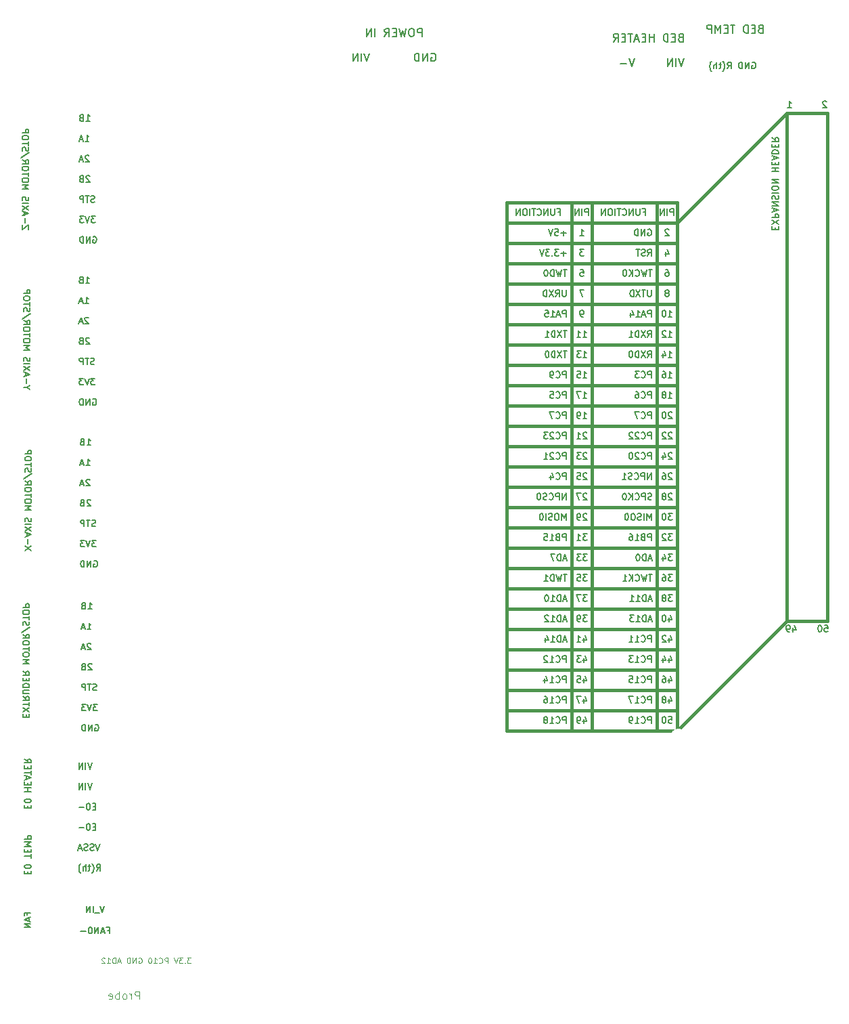
<source format=gbo>
G04 (created by PCBNEW (2013-05-18 BZR 4017)-stable) date Wed 14 Jan 2015 22:50:39 GMT*
%MOIN*%
G04 Gerber Fmt 3.4, Leading zero omitted, Abs format*
%FSLAX34Y34*%
G01*
G70*
G90*
G04 APERTURE LIST*
%ADD10C,0.00590551*%
%ADD11C,0.00787402*%
%ADD12C,0.0039*%
%ADD13C,0.0041*%
%ADD14C,0.0059*%
%ADD15C,0.015*%
%ADD16C,0.006*%
%ADD17C,0.2169*%
%ADD18R,0.0987X0.0987*%
%ADD19C,0.1184*%
%ADD20O,0.0594X0.0692*%
%ADD21O,0.0948X0.1027*%
%ADD22C,0.0535*%
%ADD23R,0.08X0.08*%
%ADD24C,0.08*%
%ADD25R,0.0594X0.0594*%
%ADD26C,0.0594*%
%ADD27C,0.1499*%
%ADD28C,0.12*%
%ADD29C,0.0515*%
G04 APERTURE END LIST*
G54D10*
G54D11*
X562Y4342D02*
X562Y4447D01*
X727Y4447D02*
X412Y4447D01*
X412Y4297D01*
X637Y4192D02*
X637Y4043D01*
X727Y4222D02*
X412Y4117D01*
X727Y4013D01*
X727Y3908D02*
X412Y3908D01*
X727Y3728D01*
X412Y3728D01*
X4364Y4775D02*
X4259Y4460D01*
X4154Y4775D01*
X4124Y4430D02*
X3885Y4430D01*
X3810Y4460D02*
X3810Y4775D01*
X3660Y4460D02*
X3660Y4775D01*
X3480Y4460D01*
X3480Y4775D01*
X4499Y3586D02*
X4604Y3586D01*
X4604Y3421D02*
X4604Y3736D01*
X4454Y3736D01*
X4349Y3511D02*
X4199Y3511D01*
X4379Y3421D02*
X4274Y3736D01*
X4169Y3421D01*
X4064Y3421D02*
X4064Y3736D01*
X3885Y3421D01*
X3885Y3736D01*
X3675Y3736D02*
X3645Y3736D01*
X3615Y3721D01*
X3600Y3706D01*
X3585Y3676D01*
X3570Y3616D01*
X3570Y3541D01*
X3585Y3481D01*
X3600Y3451D01*
X3615Y3436D01*
X3645Y3421D01*
X3675Y3421D01*
X3705Y3436D01*
X3720Y3451D01*
X3735Y3481D01*
X3750Y3541D01*
X3750Y3616D01*
X3735Y3676D01*
X3720Y3706D01*
X3705Y3721D01*
X3675Y3736D01*
X3435Y3541D02*
X3195Y3541D01*
G54D12*
X8610Y2230D02*
X8439Y2230D01*
X8531Y2125D01*
X8492Y2125D01*
X8465Y2112D01*
X8452Y2098D01*
X8439Y2072D01*
X8439Y2006D01*
X8452Y1980D01*
X8465Y1967D01*
X8492Y1954D01*
X8570Y1954D01*
X8597Y1967D01*
X8610Y1980D01*
X8321Y1980D02*
X8308Y1967D01*
X8321Y1954D01*
X8334Y1967D01*
X8321Y1980D01*
X8321Y1954D01*
X8215Y2230D02*
X8045Y2230D01*
X8137Y2125D01*
X8097Y2125D01*
X8071Y2112D01*
X8058Y2098D01*
X8045Y2072D01*
X8045Y2006D01*
X8058Y1980D01*
X8071Y1967D01*
X8097Y1954D01*
X8176Y1954D01*
X8202Y1967D01*
X8215Y1980D01*
X7966Y2230D02*
X7874Y1954D01*
X7782Y2230D01*
X7480Y1954D02*
X7480Y2230D01*
X7374Y2230D01*
X7348Y2217D01*
X7335Y2204D01*
X7322Y2177D01*
X7322Y2138D01*
X7335Y2112D01*
X7348Y2098D01*
X7374Y2085D01*
X7480Y2085D01*
X7046Y1980D02*
X7059Y1967D01*
X7098Y1954D01*
X7125Y1954D01*
X7164Y1967D01*
X7190Y1993D01*
X7204Y2020D01*
X7217Y2072D01*
X7217Y2112D01*
X7204Y2164D01*
X7190Y2190D01*
X7164Y2217D01*
X7125Y2230D01*
X7098Y2230D01*
X7059Y2217D01*
X7046Y2204D01*
X6783Y1954D02*
X6941Y1954D01*
X6862Y1954D02*
X6862Y2230D01*
X6888Y2190D01*
X6914Y2164D01*
X6941Y2151D01*
X6612Y2230D02*
X6586Y2230D01*
X6560Y2217D01*
X6546Y2204D01*
X6533Y2177D01*
X6520Y2125D01*
X6520Y2059D01*
X6533Y2006D01*
X6546Y1980D01*
X6560Y1967D01*
X6586Y1954D01*
X6612Y1954D01*
X6638Y1967D01*
X6652Y1980D01*
X6665Y2006D01*
X6678Y2059D01*
X6678Y2125D01*
X6665Y2177D01*
X6652Y2204D01*
X6638Y2217D01*
X6612Y2230D01*
X6047Y2217D02*
X6073Y2230D01*
X6113Y2230D01*
X6152Y2217D01*
X6178Y2190D01*
X6192Y2164D01*
X6205Y2112D01*
X6205Y2072D01*
X6192Y2020D01*
X6178Y1993D01*
X6152Y1967D01*
X6113Y1954D01*
X6086Y1954D01*
X6047Y1967D01*
X6034Y1980D01*
X6034Y2072D01*
X6086Y2072D01*
X5916Y1954D02*
X5916Y2230D01*
X5758Y1954D01*
X5758Y2230D01*
X5626Y1954D02*
X5626Y2230D01*
X5561Y2230D01*
X5521Y2217D01*
X5495Y2190D01*
X5482Y2164D01*
X5469Y2112D01*
X5469Y2072D01*
X5482Y2020D01*
X5495Y1993D01*
X5521Y1967D01*
X5561Y1954D01*
X5626Y1954D01*
X5153Y2033D02*
X5022Y2033D01*
X5179Y1954D02*
X5087Y2230D01*
X4995Y1954D01*
X4904Y1954D02*
X4904Y2230D01*
X4838Y2230D01*
X4798Y2217D01*
X4772Y2190D01*
X4759Y2164D01*
X4746Y2112D01*
X4746Y2072D01*
X4759Y2020D01*
X4772Y1993D01*
X4798Y1967D01*
X4838Y1954D01*
X4904Y1954D01*
X4483Y1954D02*
X4641Y1954D01*
X4562Y1954D02*
X4562Y2230D01*
X4588Y2190D01*
X4614Y2164D01*
X4641Y2151D01*
X4378Y2204D02*
X4365Y2217D01*
X4338Y2230D01*
X4273Y2230D01*
X4246Y2217D01*
X4233Y2204D01*
X4220Y2177D01*
X4220Y2151D01*
X4233Y2112D01*
X4391Y1954D01*
X4220Y1954D01*
G54D13*
X6078Y191D02*
X6078Y585D01*
X5928Y585D01*
X5890Y566D01*
X5872Y548D01*
X5853Y510D01*
X5853Y454D01*
X5872Y416D01*
X5890Y397D01*
X5928Y379D01*
X6078Y379D01*
X5684Y191D02*
X5684Y454D01*
X5684Y379D02*
X5665Y416D01*
X5646Y435D01*
X5609Y454D01*
X5571Y454D01*
X5384Y191D02*
X5421Y210D01*
X5440Y229D01*
X5459Y266D01*
X5459Y379D01*
X5440Y416D01*
X5421Y435D01*
X5384Y454D01*
X5328Y454D01*
X5290Y435D01*
X5271Y416D01*
X5252Y379D01*
X5252Y266D01*
X5271Y229D01*
X5290Y210D01*
X5328Y191D01*
X5384Y191D01*
X5084Y191D02*
X5084Y585D01*
X5084Y435D02*
X5046Y454D01*
X4971Y454D01*
X4934Y435D01*
X4915Y416D01*
X4896Y379D01*
X4896Y266D01*
X4915Y229D01*
X4934Y210D01*
X4971Y191D01*
X5046Y191D01*
X5084Y210D01*
X4577Y210D02*
X4615Y191D01*
X4690Y191D01*
X4727Y210D01*
X4746Y247D01*
X4746Y397D01*
X4727Y435D01*
X4690Y454D01*
X4615Y454D01*
X4577Y435D01*
X4558Y397D01*
X4558Y360D01*
X4746Y322D01*
G54D14*
X3555Y19390D02*
X3735Y19390D01*
X3645Y19390D02*
X3645Y19705D01*
X3675Y19660D01*
X3705Y19630D01*
X3735Y19615D01*
X3315Y19555D02*
X3270Y19540D01*
X3255Y19525D01*
X3240Y19495D01*
X3240Y19450D01*
X3255Y19420D01*
X3270Y19405D01*
X3300Y19390D01*
X3420Y19390D01*
X3420Y19705D01*
X3315Y19705D01*
X3285Y19690D01*
X3270Y19675D01*
X3255Y19645D01*
X3255Y19615D01*
X3270Y19585D01*
X3285Y19570D01*
X3315Y19555D01*
X3420Y19555D01*
X3510Y18390D02*
X3690Y18390D01*
X3600Y18390D02*
X3600Y18705D01*
X3630Y18660D01*
X3660Y18630D01*
X3690Y18615D01*
X3390Y18480D02*
X3240Y18480D01*
X3420Y18390D02*
X3315Y18705D01*
X3210Y18390D01*
X3690Y17675D02*
X3675Y17690D01*
X3645Y17705D01*
X3570Y17705D01*
X3540Y17690D01*
X3525Y17675D01*
X3510Y17645D01*
X3510Y17615D01*
X3525Y17570D01*
X3705Y17390D01*
X3510Y17390D01*
X3390Y17480D02*
X3240Y17480D01*
X3420Y17390D02*
X3315Y17705D01*
X3210Y17390D01*
X3735Y16675D02*
X3720Y16690D01*
X3690Y16705D01*
X3615Y16705D01*
X3585Y16690D01*
X3570Y16675D01*
X3555Y16645D01*
X3555Y16615D01*
X3570Y16570D01*
X3750Y16390D01*
X3555Y16390D01*
X3315Y16555D02*
X3270Y16540D01*
X3255Y16525D01*
X3240Y16495D01*
X3240Y16450D01*
X3255Y16420D01*
X3270Y16405D01*
X3300Y16390D01*
X3420Y16390D01*
X3420Y16705D01*
X3315Y16705D01*
X3285Y16690D01*
X3270Y16675D01*
X3255Y16645D01*
X3255Y16615D01*
X3270Y16585D01*
X3285Y16570D01*
X3315Y16555D01*
X3420Y16555D01*
X3975Y15405D02*
X3930Y15390D01*
X3855Y15390D01*
X3825Y15405D01*
X3810Y15420D01*
X3795Y15450D01*
X3795Y15480D01*
X3810Y15510D01*
X3825Y15525D01*
X3855Y15540D01*
X3915Y15555D01*
X3945Y15570D01*
X3960Y15585D01*
X3975Y15615D01*
X3975Y15645D01*
X3960Y15675D01*
X3945Y15690D01*
X3915Y15705D01*
X3840Y15705D01*
X3795Y15690D01*
X3705Y15705D02*
X3525Y15705D01*
X3615Y15390D02*
X3615Y15705D01*
X3420Y15390D02*
X3420Y15705D01*
X3300Y15705D01*
X3270Y15690D01*
X3255Y15675D01*
X3240Y15645D01*
X3240Y15600D01*
X3255Y15570D01*
X3270Y15555D01*
X3300Y15540D01*
X3420Y15540D01*
X4005Y14705D02*
X3810Y14705D01*
X3915Y14585D01*
X3870Y14585D01*
X3840Y14570D01*
X3825Y14555D01*
X3810Y14525D01*
X3810Y14450D01*
X3825Y14420D01*
X3840Y14405D01*
X3870Y14390D01*
X3960Y14390D01*
X3990Y14405D01*
X4005Y14420D01*
X3720Y14705D02*
X3615Y14390D01*
X3510Y14705D01*
X3435Y14705D02*
X3240Y14705D01*
X3345Y14585D01*
X3300Y14585D01*
X3270Y14570D01*
X3255Y14555D01*
X3240Y14525D01*
X3240Y14450D01*
X3255Y14420D01*
X3270Y14405D01*
X3300Y14390D01*
X3390Y14390D01*
X3420Y14405D01*
X3435Y14420D01*
X3900Y13690D02*
X3930Y13705D01*
X3975Y13705D01*
X4020Y13690D01*
X4050Y13660D01*
X4065Y13630D01*
X4080Y13570D01*
X4080Y13525D01*
X4065Y13465D01*
X4050Y13435D01*
X4020Y13405D01*
X3975Y13390D01*
X3945Y13390D01*
X3900Y13405D01*
X3885Y13420D01*
X3885Y13525D01*
X3945Y13525D01*
X3750Y13390D02*
X3750Y13705D01*
X3570Y13390D01*
X3570Y13705D01*
X3420Y13390D02*
X3420Y13705D01*
X3345Y13705D01*
X3300Y13690D01*
X3270Y13660D01*
X3255Y13630D01*
X3240Y13570D01*
X3240Y13525D01*
X3255Y13465D01*
X3270Y13435D01*
X3300Y13405D01*
X3345Y13390D01*
X3420Y13390D01*
X3499Y27456D02*
X3679Y27456D01*
X3589Y27456D02*
X3589Y27771D01*
X3619Y27726D01*
X3649Y27696D01*
X3679Y27681D01*
X3259Y27621D02*
X3214Y27606D01*
X3199Y27591D01*
X3184Y27561D01*
X3184Y27516D01*
X3199Y27486D01*
X3214Y27471D01*
X3244Y27456D01*
X3364Y27456D01*
X3364Y27771D01*
X3259Y27771D01*
X3229Y27756D01*
X3214Y27741D01*
X3199Y27711D01*
X3199Y27681D01*
X3214Y27651D01*
X3229Y27636D01*
X3259Y27621D01*
X3364Y27621D01*
X3454Y26456D02*
X3634Y26456D01*
X3544Y26456D02*
X3544Y26771D01*
X3574Y26726D01*
X3604Y26696D01*
X3634Y26681D01*
X3334Y26546D02*
X3184Y26546D01*
X3364Y26456D02*
X3259Y26771D01*
X3154Y26456D01*
X3634Y25741D02*
X3619Y25756D01*
X3589Y25771D01*
X3514Y25771D01*
X3484Y25756D01*
X3469Y25741D01*
X3454Y25711D01*
X3454Y25681D01*
X3469Y25636D01*
X3649Y25456D01*
X3454Y25456D01*
X3334Y25546D02*
X3184Y25546D01*
X3364Y25456D02*
X3259Y25771D01*
X3154Y25456D01*
X3679Y24741D02*
X3664Y24756D01*
X3634Y24771D01*
X3559Y24771D01*
X3529Y24756D01*
X3514Y24741D01*
X3499Y24711D01*
X3499Y24681D01*
X3514Y24636D01*
X3694Y24456D01*
X3499Y24456D01*
X3259Y24621D02*
X3214Y24606D01*
X3199Y24591D01*
X3184Y24561D01*
X3184Y24516D01*
X3199Y24486D01*
X3214Y24471D01*
X3244Y24456D01*
X3364Y24456D01*
X3364Y24771D01*
X3259Y24771D01*
X3229Y24756D01*
X3214Y24741D01*
X3199Y24711D01*
X3199Y24681D01*
X3214Y24651D01*
X3229Y24636D01*
X3259Y24621D01*
X3364Y24621D01*
X3919Y23471D02*
X3874Y23456D01*
X3799Y23456D01*
X3769Y23471D01*
X3754Y23486D01*
X3739Y23516D01*
X3739Y23546D01*
X3754Y23576D01*
X3769Y23591D01*
X3799Y23606D01*
X3859Y23621D01*
X3889Y23636D01*
X3904Y23651D01*
X3919Y23681D01*
X3919Y23711D01*
X3904Y23741D01*
X3889Y23756D01*
X3859Y23771D01*
X3784Y23771D01*
X3739Y23756D01*
X3649Y23771D02*
X3469Y23771D01*
X3559Y23456D02*
X3559Y23771D01*
X3364Y23456D02*
X3364Y23771D01*
X3244Y23771D01*
X3214Y23756D01*
X3199Y23741D01*
X3184Y23711D01*
X3184Y23666D01*
X3199Y23636D01*
X3214Y23621D01*
X3244Y23606D01*
X3364Y23606D01*
X3949Y22771D02*
X3754Y22771D01*
X3859Y22651D01*
X3814Y22651D01*
X3784Y22636D01*
X3769Y22621D01*
X3754Y22591D01*
X3754Y22516D01*
X3769Y22486D01*
X3784Y22471D01*
X3814Y22456D01*
X3904Y22456D01*
X3934Y22471D01*
X3949Y22486D01*
X3664Y22771D02*
X3559Y22456D01*
X3454Y22771D01*
X3379Y22771D02*
X3184Y22771D01*
X3289Y22651D01*
X3244Y22651D01*
X3214Y22636D01*
X3199Y22621D01*
X3184Y22591D01*
X3184Y22516D01*
X3199Y22486D01*
X3214Y22471D01*
X3244Y22456D01*
X3334Y22456D01*
X3364Y22471D01*
X3379Y22486D01*
X3844Y21756D02*
X3874Y21771D01*
X3919Y21771D01*
X3964Y21756D01*
X3994Y21726D01*
X4009Y21696D01*
X4024Y21636D01*
X4024Y21591D01*
X4009Y21531D01*
X3994Y21501D01*
X3964Y21471D01*
X3919Y21456D01*
X3889Y21456D01*
X3844Y21471D01*
X3829Y21486D01*
X3829Y21591D01*
X3889Y21591D01*
X3694Y21456D02*
X3694Y21771D01*
X3514Y21456D01*
X3514Y21771D01*
X3364Y21456D02*
X3364Y21771D01*
X3289Y21771D01*
X3244Y21756D01*
X3214Y21726D01*
X3199Y21696D01*
X3184Y21636D01*
X3184Y21591D01*
X3199Y21531D01*
X3214Y21501D01*
X3244Y21471D01*
X3289Y21456D01*
X3364Y21456D01*
X3439Y35436D02*
X3619Y35436D01*
X3529Y35436D02*
X3529Y35751D01*
X3559Y35706D01*
X3589Y35676D01*
X3619Y35661D01*
X3199Y35601D02*
X3154Y35586D01*
X3139Y35571D01*
X3124Y35541D01*
X3124Y35496D01*
X3139Y35466D01*
X3154Y35451D01*
X3184Y35436D01*
X3304Y35436D01*
X3304Y35751D01*
X3199Y35751D01*
X3169Y35736D01*
X3154Y35721D01*
X3139Y35691D01*
X3139Y35661D01*
X3154Y35631D01*
X3169Y35616D01*
X3199Y35601D01*
X3304Y35601D01*
X3394Y34436D02*
X3574Y34436D01*
X3484Y34436D02*
X3484Y34751D01*
X3514Y34706D01*
X3544Y34676D01*
X3574Y34661D01*
X3274Y34526D02*
X3124Y34526D01*
X3304Y34436D02*
X3199Y34751D01*
X3094Y34436D01*
X3574Y33721D02*
X3559Y33736D01*
X3529Y33751D01*
X3454Y33751D01*
X3424Y33736D01*
X3409Y33721D01*
X3394Y33691D01*
X3394Y33661D01*
X3409Y33616D01*
X3589Y33436D01*
X3394Y33436D01*
X3274Y33526D02*
X3124Y33526D01*
X3304Y33436D02*
X3199Y33751D01*
X3094Y33436D01*
X3619Y32721D02*
X3604Y32736D01*
X3574Y32751D01*
X3499Y32751D01*
X3469Y32736D01*
X3454Y32721D01*
X3439Y32691D01*
X3439Y32661D01*
X3454Y32616D01*
X3634Y32436D01*
X3439Y32436D01*
X3199Y32601D02*
X3154Y32586D01*
X3139Y32571D01*
X3124Y32541D01*
X3124Y32496D01*
X3139Y32466D01*
X3154Y32451D01*
X3184Y32436D01*
X3304Y32436D01*
X3304Y32751D01*
X3199Y32751D01*
X3169Y32736D01*
X3154Y32721D01*
X3139Y32691D01*
X3139Y32661D01*
X3154Y32631D01*
X3169Y32616D01*
X3199Y32601D01*
X3304Y32601D01*
X3859Y31451D02*
X3814Y31436D01*
X3739Y31436D01*
X3709Y31451D01*
X3694Y31466D01*
X3679Y31496D01*
X3679Y31526D01*
X3694Y31556D01*
X3709Y31571D01*
X3739Y31586D01*
X3799Y31601D01*
X3829Y31616D01*
X3844Y31631D01*
X3859Y31661D01*
X3859Y31691D01*
X3844Y31721D01*
X3829Y31736D01*
X3799Y31751D01*
X3724Y31751D01*
X3679Y31736D01*
X3589Y31751D02*
X3409Y31751D01*
X3499Y31436D02*
X3499Y31751D01*
X3304Y31436D02*
X3304Y31751D01*
X3184Y31751D01*
X3154Y31736D01*
X3139Y31721D01*
X3124Y31691D01*
X3124Y31646D01*
X3139Y31616D01*
X3154Y31601D01*
X3184Y31586D01*
X3304Y31586D01*
X3889Y30751D02*
X3694Y30751D01*
X3799Y30631D01*
X3754Y30631D01*
X3724Y30616D01*
X3709Y30601D01*
X3694Y30571D01*
X3694Y30496D01*
X3709Y30466D01*
X3724Y30451D01*
X3754Y30436D01*
X3844Y30436D01*
X3874Y30451D01*
X3889Y30466D01*
X3604Y30751D02*
X3499Y30436D01*
X3394Y30751D01*
X3319Y30751D02*
X3124Y30751D01*
X3229Y30631D01*
X3184Y30631D01*
X3154Y30616D01*
X3139Y30601D01*
X3124Y30571D01*
X3124Y30496D01*
X3139Y30466D01*
X3154Y30451D01*
X3184Y30436D01*
X3274Y30436D01*
X3304Y30451D01*
X3319Y30466D01*
X3784Y29736D02*
X3814Y29751D01*
X3859Y29751D01*
X3904Y29736D01*
X3934Y29706D01*
X3949Y29676D01*
X3964Y29616D01*
X3964Y29571D01*
X3949Y29511D01*
X3934Y29481D01*
X3904Y29451D01*
X3859Y29436D01*
X3829Y29436D01*
X3784Y29451D01*
X3769Y29466D01*
X3769Y29571D01*
X3829Y29571D01*
X3634Y29436D02*
X3634Y29751D01*
X3454Y29436D01*
X3454Y29751D01*
X3304Y29436D02*
X3304Y29751D01*
X3229Y29751D01*
X3184Y29736D01*
X3154Y29706D01*
X3139Y29676D01*
X3124Y29616D01*
X3124Y29571D01*
X3139Y29511D01*
X3154Y29481D01*
X3184Y29451D01*
X3229Y29436D01*
X3304Y29436D01*
X3455Y43420D02*
X3635Y43420D01*
X3545Y43420D02*
X3545Y43735D01*
X3575Y43690D01*
X3605Y43660D01*
X3635Y43645D01*
X3215Y43585D02*
X3170Y43570D01*
X3155Y43555D01*
X3140Y43525D01*
X3140Y43480D01*
X3155Y43450D01*
X3170Y43435D01*
X3200Y43420D01*
X3320Y43420D01*
X3320Y43735D01*
X3215Y43735D01*
X3185Y43720D01*
X3170Y43705D01*
X3155Y43675D01*
X3155Y43645D01*
X3170Y43615D01*
X3185Y43600D01*
X3215Y43585D01*
X3320Y43585D01*
X3410Y42420D02*
X3590Y42420D01*
X3500Y42420D02*
X3500Y42735D01*
X3530Y42690D01*
X3560Y42660D01*
X3590Y42645D01*
X3290Y42510D02*
X3140Y42510D01*
X3320Y42420D02*
X3215Y42735D01*
X3110Y42420D01*
X3590Y41705D02*
X3575Y41720D01*
X3545Y41735D01*
X3470Y41735D01*
X3440Y41720D01*
X3425Y41705D01*
X3410Y41675D01*
X3410Y41645D01*
X3425Y41600D01*
X3605Y41420D01*
X3410Y41420D01*
X3290Y41510D02*
X3140Y41510D01*
X3320Y41420D02*
X3215Y41735D01*
X3110Y41420D01*
X3635Y40705D02*
X3620Y40720D01*
X3590Y40735D01*
X3515Y40735D01*
X3485Y40720D01*
X3470Y40705D01*
X3455Y40675D01*
X3455Y40645D01*
X3470Y40600D01*
X3650Y40420D01*
X3455Y40420D01*
X3215Y40585D02*
X3170Y40570D01*
X3155Y40555D01*
X3140Y40525D01*
X3140Y40480D01*
X3155Y40450D01*
X3170Y40435D01*
X3200Y40420D01*
X3320Y40420D01*
X3320Y40735D01*
X3215Y40735D01*
X3185Y40720D01*
X3170Y40705D01*
X3155Y40675D01*
X3155Y40645D01*
X3170Y40615D01*
X3185Y40600D01*
X3215Y40585D01*
X3320Y40585D01*
X3875Y39435D02*
X3830Y39420D01*
X3755Y39420D01*
X3725Y39435D01*
X3710Y39450D01*
X3695Y39480D01*
X3695Y39510D01*
X3710Y39540D01*
X3725Y39555D01*
X3755Y39570D01*
X3815Y39585D01*
X3845Y39600D01*
X3860Y39615D01*
X3875Y39645D01*
X3875Y39675D01*
X3860Y39705D01*
X3845Y39720D01*
X3815Y39735D01*
X3740Y39735D01*
X3695Y39720D01*
X3605Y39735D02*
X3425Y39735D01*
X3515Y39420D02*
X3515Y39735D01*
X3320Y39420D02*
X3320Y39735D01*
X3200Y39735D01*
X3170Y39720D01*
X3155Y39705D01*
X3140Y39675D01*
X3140Y39630D01*
X3155Y39600D01*
X3170Y39585D01*
X3200Y39570D01*
X3320Y39570D01*
X3905Y38735D02*
X3710Y38735D01*
X3815Y38615D01*
X3770Y38615D01*
X3740Y38600D01*
X3725Y38585D01*
X3710Y38555D01*
X3710Y38480D01*
X3725Y38450D01*
X3740Y38435D01*
X3770Y38420D01*
X3860Y38420D01*
X3890Y38435D01*
X3905Y38450D01*
X3620Y38735D02*
X3515Y38420D01*
X3410Y38735D01*
X3335Y38735D02*
X3140Y38735D01*
X3245Y38615D01*
X3200Y38615D01*
X3170Y38600D01*
X3155Y38585D01*
X3140Y38555D01*
X3140Y38480D01*
X3155Y38450D01*
X3170Y38435D01*
X3200Y38420D01*
X3290Y38420D01*
X3320Y38435D01*
X3335Y38450D01*
X3800Y37720D02*
X3830Y37735D01*
X3875Y37735D01*
X3920Y37720D01*
X3950Y37690D01*
X3965Y37660D01*
X3980Y37600D01*
X3980Y37555D01*
X3965Y37495D01*
X3950Y37465D01*
X3920Y37435D01*
X3875Y37420D01*
X3845Y37420D01*
X3800Y37435D01*
X3785Y37450D01*
X3785Y37555D01*
X3845Y37555D01*
X3650Y37420D02*
X3650Y37735D01*
X3470Y37420D01*
X3470Y37735D01*
X3320Y37420D02*
X3320Y37735D01*
X3245Y37735D01*
X3200Y37720D01*
X3170Y37690D01*
X3155Y37660D01*
X3140Y37600D01*
X3140Y37555D01*
X3155Y37495D01*
X3170Y37465D01*
X3200Y37435D01*
X3245Y37420D01*
X3320Y37420D01*
G54D15*
X24179Y13400D02*
X32579Y13400D01*
X32579Y14400D02*
X24179Y14400D01*
X24179Y15400D02*
X32579Y15400D01*
X32579Y16400D02*
X24179Y16400D01*
X24179Y17400D02*
X32579Y17400D01*
X32579Y18400D02*
X24179Y18400D01*
X24179Y19400D02*
X32579Y19400D01*
X32579Y20400D02*
X24179Y20400D01*
X24179Y21400D02*
X32579Y21400D01*
X32579Y22400D02*
X24179Y22400D01*
X24179Y23400D02*
X32579Y23400D01*
X32579Y24400D02*
X24179Y24400D01*
X24179Y25400D02*
X32579Y25400D01*
X32579Y26400D02*
X24179Y26400D01*
X24179Y27400D02*
X32579Y27400D01*
X32579Y28400D02*
X24179Y28400D01*
X24179Y29400D02*
X32579Y29400D01*
X32579Y30400D02*
X24179Y30400D01*
X24179Y31400D02*
X32579Y31400D01*
X32579Y32400D02*
X24179Y32400D01*
X24179Y33400D02*
X32579Y33400D01*
X32579Y34400D02*
X24179Y34400D01*
X24179Y35400D02*
X32579Y35400D01*
X32579Y36400D02*
X24179Y36400D01*
X24179Y37400D02*
X32579Y37400D01*
X32579Y38400D02*
X24179Y38400D01*
X24179Y39400D02*
X32579Y39400D01*
G54D14*
X39939Y44357D02*
X39924Y44372D01*
X39894Y44387D01*
X39819Y44387D01*
X39789Y44372D01*
X39774Y44357D01*
X39759Y44327D01*
X39759Y44297D01*
X39774Y44252D01*
X39954Y44072D01*
X39759Y44072D01*
X38019Y44072D02*
X38199Y44072D01*
X38109Y44072D02*
X38109Y44387D01*
X38139Y44342D01*
X38169Y44312D01*
X38199Y44297D01*
G54D15*
X28379Y39400D02*
X28379Y13400D01*
X31579Y13400D02*
X31579Y39400D01*
X32579Y39400D02*
X32579Y13400D01*
X27379Y13400D02*
X27379Y39400D01*
X24179Y39400D02*
X24179Y13400D01*
G54D14*
X31139Y38072D02*
X31169Y38087D01*
X31214Y38087D01*
X31259Y38072D01*
X31289Y38042D01*
X31304Y38012D01*
X31319Y37952D01*
X31319Y37907D01*
X31304Y37847D01*
X31289Y37817D01*
X31259Y37787D01*
X31214Y37772D01*
X31184Y37772D01*
X31139Y37787D01*
X31124Y37802D01*
X31124Y37907D01*
X31184Y37907D01*
X30989Y37772D02*
X30989Y38087D01*
X30809Y37772D01*
X30809Y38087D01*
X30659Y37772D02*
X30659Y38087D01*
X30584Y38087D01*
X30539Y38072D01*
X30509Y38042D01*
X30494Y38012D01*
X30479Y37952D01*
X30479Y37907D01*
X30494Y37847D01*
X30509Y37817D01*
X30539Y37787D01*
X30584Y37772D01*
X30659Y37772D01*
X31124Y36772D02*
X31229Y36922D01*
X31304Y36772D02*
X31304Y37087D01*
X31184Y37087D01*
X31154Y37072D01*
X31139Y37057D01*
X31124Y37027D01*
X31124Y36982D01*
X31139Y36952D01*
X31154Y36937D01*
X31184Y36922D01*
X31304Y36922D01*
X31004Y36787D02*
X30959Y36772D01*
X30884Y36772D01*
X30854Y36787D01*
X30839Y36802D01*
X30824Y36832D01*
X30824Y36862D01*
X30839Y36892D01*
X30854Y36907D01*
X30884Y36922D01*
X30944Y36937D01*
X30974Y36952D01*
X30989Y36967D01*
X31004Y36997D01*
X31004Y37027D01*
X30989Y37057D01*
X30974Y37072D01*
X30944Y37087D01*
X30869Y37087D01*
X30824Y37072D01*
X30734Y37087D02*
X30554Y37087D01*
X30644Y36772D02*
X30644Y37087D01*
X31349Y36087D02*
X31169Y36087D01*
X31259Y35772D02*
X31259Y36087D01*
X31094Y36087D02*
X31019Y35772D01*
X30959Y35997D01*
X30899Y35772D01*
X30824Y36087D01*
X30524Y35802D02*
X30539Y35787D01*
X30584Y35772D01*
X30614Y35772D01*
X30659Y35787D01*
X30689Y35817D01*
X30704Y35847D01*
X30719Y35907D01*
X30719Y35952D01*
X30704Y36012D01*
X30689Y36042D01*
X30659Y36072D01*
X30614Y36087D01*
X30584Y36087D01*
X30539Y36072D01*
X30524Y36057D01*
X30389Y35772D02*
X30389Y36087D01*
X30209Y35772D02*
X30344Y35952D01*
X30209Y36087D02*
X30389Y35907D01*
X30014Y36087D02*
X29984Y36087D01*
X29954Y36072D01*
X29939Y36057D01*
X29924Y36027D01*
X29909Y35967D01*
X29909Y35892D01*
X29924Y35832D01*
X29939Y35802D01*
X29954Y35787D01*
X29984Y35772D01*
X30014Y35772D01*
X30044Y35787D01*
X30059Y35802D01*
X30074Y35832D01*
X30089Y35892D01*
X30089Y35967D01*
X30074Y36027D01*
X30059Y36057D01*
X30044Y36072D01*
X30014Y36087D01*
X31304Y35087D02*
X31304Y34832D01*
X31289Y34802D01*
X31274Y34787D01*
X31244Y34772D01*
X31184Y34772D01*
X31154Y34787D01*
X31139Y34802D01*
X31124Y34832D01*
X31124Y35087D01*
X31019Y35087D02*
X30839Y35087D01*
X30929Y34772D02*
X30929Y35087D01*
X30764Y35087D02*
X30554Y34772D01*
X30554Y35087D02*
X30764Y34772D01*
X30434Y34772D02*
X30434Y35087D01*
X30359Y35087D01*
X30314Y35072D01*
X30284Y35042D01*
X30269Y35012D01*
X30254Y34952D01*
X30254Y34907D01*
X30269Y34847D01*
X30284Y34817D01*
X30314Y34787D01*
X30359Y34772D01*
X30434Y34772D01*
X31304Y33772D02*
X31304Y34087D01*
X31184Y34087D01*
X31154Y34072D01*
X31139Y34057D01*
X31124Y34027D01*
X31124Y33982D01*
X31139Y33952D01*
X31154Y33937D01*
X31184Y33922D01*
X31304Y33922D01*
X31004Y33862D02*
X30854Y33862D01*
X31034Y33772D02*
X30929Y34087D01*
X30824Y33772D01*
X30554Y33772D02*
X30734Y33772D01*
X30644Y33772D02*
X30644Y34087D01*
X30674Y34042D01*
X30704Y34012D01*
X30734Y33997D01*
X30284Y33982D02*
X30284Y33772D01*
X30359Y34102D02*
X30434Y33877D01*
X30239Y33877D01*
X31124Y32772D02*
X31229Y32922D01*
X31304Y32772D02*
X31304Y33087D01*
X31184Y33087D01*
X31154Y33072D01*
X31139Y33057D01*
X31124Y33027D01*
X31124Y32982D01*
X31139Y32952D01*
X31154Y32937D01*
X31184Y32922D01*
X31304Y32922D01*
X31019Y33087D02*
X30809Y32772D01*
X30809Y33087D02*
X31019Y32772D01*
X30689Y32772D02*
X30689Y33087D01*
X30614Y33087D01*
X30569Y33072D01*
X30539Y33042D01*
X30524Y33012D01*
X30509Y32952D01*
X30509Y32907D01*
X30524Y32847D01*
X30539Y32817D01*
X30569Y32787D01*
X30614Y32772D01*
X30689Y32772D01*
X30209Y32772D02*
X30389Y32772D01*
X30299Y32772D02*
X30299Y33087D01*
X30329Y33042D01*
X30359Y33012D01*
X30389Y32997D01*
X31124Y31772D02*
X31229Y31922D01*
X31304Y31772D02*
X31304Y32087D01*
X31184Y32087D01*
X31154Y32072D01*
X31139Y32057D01*
X31124Y32027D01*
X31124Y31982D01*
X31139Y31952D01*
X31154Y31937D01*
X31184Y31922D01*
X31304Y31922D01*
X31019Y32087D02*
X30809Y31772D01*
X30809Y32087D02*
X31019Y31772D01*
X30689Y31772D02*
X30689Y32087D01*
X30614Y32087D01*
X30569Y32072D01*
X30539Y32042D01*
X30524Y32012D01*
X30509Y31952D01*
X30509Y31907D01*
X30524Y31847D01*
X30539Y31817D01*
X30569Y31787D01*
X30614Y31772D01*
X30689Y31772D01*
X30314Y32087D02*
X30284Y32087D01*
X30254Y32072D01*
X30239Y32057D01*
X30224Y32027D01*
X30209Y31967D01*
X30209Y31892D01*
X30224Y31832D01*
X30239Y31802D01*
X30254Y31787D01*
X30284Y31772D01*
X30314Y31772D01*
X30344Y31787D01*
X30359Y31802D01*
X30374Y31832D01*
X30389Y31892D01*
X30389Y31967D01*
X30374Y32027D01*
X30359Y32057D01*
X30344Y32072D01*
X30314Y32087D01*
X31304Y30772D02*
X31304Y31087D01*
X31184Y31087D01*
X31154Y31072D01*
X31139Y31057D01*
X31124Y31027D01*
X31124Y30982D01*
X31139Y30952D01*
X31154Y30937D01*
X31184Y30922D01*
X31304Y30922D01*
X30809Y30802D02*
X30824Y30787D01*
X30869Y30772D01*
X30899Y30772D01*
X30944Y30787D01*
X30974Y30817D01*
X30989Y30847D01*
X31004Y30907D01*
X31004Y30952D01*
X30989Y31012D01*
X30974Y31042D01*
X30944Y31072D01*
X30899Y31087D01*
X30869Y31087D01*
X30824Y31072D01*
X30809Y31057D01*
X30704Y31087D02*
X30509Y31087D01*
X30614Y30967D01*
X30569Y30967D01*
X30539Y30952D01*
X30524Y30937D01*
X30509Y30907D01*
X30509Y30832D01*
X30524Y30802D01*
X30539Y30787D01*
X30569Y30772D01*
X30659Y30772D01*
X30689Y30787D01*
X30704Y30802D01*
X31304Y29772D02*
X31304Y30087D01*
X31184Y30087D01*
X31154Y30072D01*
X31139Y30057D01*
X31124Y30027D01*
X31124Y29982D01*
X31139Y29952D01*
X31154Y29937D01*
X31184Y29922D01*
X31304Y29922D01*
X30809Y29802D02*
X30824Y29787D01*
X30869Y29772D01*
X30899Y29772D01*
X30944Y29787D01*
X30974Y29817D01*
X30989Y29847D01*
X31004Y29907D01*
X31004Y29952D01*
X30989Y30012D01*
X30974Y30042D01*
X30944Y30072D01*
X30899Y30087D01*
X30869Y30087D01*
X30824Y30072D01*
X30809Y30057D01*
X30539Y30087D02*
X30599Y30087D01*
X30629Y30072D01*
X30644Y30057D01*
X30674Y30012D01*
X30689Y29952D01*
X30689Y29832D01*
X30674Y29802D01*
X30659Y29787D01*
X30629Y29772D01*
X30569Y29772D01*
X30539Y29787D01*
X30524Y29802D01*
X30509Y29832D01*
X30509Y29907D01*
X30524Y29937D01*
X30539Y29952D01*
X30569Y29967D01*
X30629Y29967D01*
X30659Y29952D01*
X30674Y29937D01*
X30689Y29907D01*
X31304Y28772D02*
X31304Y29087D01*
X31184Y29087D01*
X31154Y29072D01*
X31139Y29057D01*
X31124Y29027D01*
X31124Y28982D01*
X31139Y28952D01*
X31154Y28937D01*
X31184Y28922D01*
X31304Y28922D01*
X30809Y28802D02*
X30824Y28787D01*
X30869Y28772D01*
X30899Y28772D01*
X30944Y28787D01*
X30974Y28817D01*
X30989Y28847D01*
X31004Y28907D01*
X31004Y28952D01*
X30989Y29012D01*
X30974Y29042D01*
X30944Y29072D01*
X30899Y29087D01*
X30869Y29087D01*
X30824Y29072D01*
X30809Y29057D01*
X30704Y29087D02*
X30494Y29087D01*
X30629Y28772D01*
X31304Y27772D02*
X31304Y28087D01*
X31184Y28087D01*
X31154Y28072D01*
X31139Y28057D01*
X31124Y28027D01*
X31124Y27982D01*
X31139Y27952D01*
X31154Y27937D01*
X31184Y27922D01*
X31304Y27922D01*
X30809Y27802D02*
X30824Y27787D01*
X30869Y27772D01*
X30899Y27772D01*
X30944Y27787D01*
X30974Y27817D01*
X30989Y27847D01*
X31004Y27907D01*
X31004Y27952D01*
X30989Y28012D01*
X30974Y28042D01*
X30944Y28072D01*
X30899Y28087D01*
X30869Y28087D01*
X30824Y28072D01*
X30809Y28057D01*
X30689Y28057D02*
X30674Y28072D01*
X30644Y28087D01*
X30569Y28087D01*
X30539Y28072D01*
X30524Y28057D01*
X30509Y28027D01*
X30509Y27997D01*
X30524Y27952D01*
X30704Y27772D01*
X30509Y27772D01*
X30389Y28057D02*
X30374Y28072D01*
X30344Y28087D01*
X30269Y28087D01*
X30239Y28072D01*
X30224Y28057D01*
X30209Y28027D01*
X30209Y27997D01*
X30224Y27952D01*
X30404Y27772D01*
X30209Y27772D01*
X31304Y26772D02*
X31304Y27087D01*
X31184Y27087D01*
X31154Y27072D01*
X31139Y27057D01*
X31124Y27027D01*
X31124Y26982D01*
X31139Y26952D01*
X31154Y26937D01*
X31184Y26922D01*
X31304Y26922D01*
X30809Y26802D02*
X30824Y26787D01*
X30869Y26772D01*
X30899Y26772D01*
X30944Y26787D01*
X30974Y26817D01*
X30989Y26847D01*
X31004Y26907D01*
X31004Y26952D01*
X30989Y27012D01*
X30974Y27042D01*
X30944Y27072D01*
X30899Y27087D01*
X30869Y27087D01*
X30824Y27072D01*
X30809Y27057D01*
X30689Y27057D02*
X30674Y27072D01*
X30644Y27087D01*
X30569Y27087D01*
X30539Y27072D01*
X30524Y27057D01*
X30509Y27027D01*
X30509Y26997D01*
X30524Y26952D01*
X30704Y26772D01*
X30509Y26772D01*
X30314Y27087D02*
X30284Y27087D01*
X30254Y27072D01*
X30239Y27057D01*
X30224Y27027D01*
X30209Y26967D01*
X30209Y26892D01*
X30224Y26832D01*
X30239Y26802D01*
X30254Y26787D01*
X30284Y26772D01*
X30314Y26772D01*
X30344Y26787D01*
X30359Y26802D01*
X30374Y26832D01*
X30389Y26892D01*
X30389Y26967D01*
X30374Y27027D01*
X30359Y27057D01*
X30344Y27072D01*
X30314Y27087D01*
X31304Y25772D02*
X31304Y26087D01*
X31124Y25772D01*
X31124Y26087D01*
X30974Y25772D02*
X30974Y26087D01*
X30854Y26087D01*
X30824Y26072D01*
X30809Y26057D01*
X30794Y26027D01*
X30794Y25982D01*
X30809Y25952D01*
X30824Y25937D01*
X30854Y25922D01*
X30974Y25922D01*
X30479Y25802D02*
X30494Y25787D01*
X30539Y25772D01*
X30569Y25772D01*
X30614Y25787D01*
X30644Y25817D01*
X30659Y25847D01*
X30674Y25907D01*
X30674Y25952D01*
X30659Y26012D01*
X30644Y26042D01*
X30614Y26072D01*
X30569Y26087D01*
X30539Y26087D01*
X30494Y26072D01*
X30479Y26057D01*
X30359Y25787D02*
X30314Y25772D01*
X30239Y25772D01*
X30209Y25787D01*
X30194Y25802D01*
X30179Y25832D01*
X30179Y25862D01*
X30194Y25892D01*
X30209Y25907D01*
X30239Y25922D01*
X30299Y25937D01*
X30329Y25952D01*
X30344Y25967D01*
X30359Y25997D01*
X30359Y26027D01*
X30344Y26057D01*
X30329Y26072D01*
X30299Y26087D01*
X30224Y26087D01*
X30179Y26072D01*
X29879Y25772D02*
X30059Y25772D01*
X29969Y25772D02*
X29969Y26087D01*
X29999Y26042D01*
X30029Y26012D01*
X30059Y25997D01*
X31319Y24787D02*
X31274Y24772D01*
X31199Y24772D01*
X31169Y24787D01*
X31154Y24802D01*
X31139Y24832D01*
X31139Y24862D01*
X31154Y24892D01*
X31169Y24907D01*
X31199Y24922D01*
X31259Y24937D01*
X31289Y24952D01*
X31304Y24967D01*
X31319Y24997D01*
X31319Y25027D01*
X31304Y25057D01*
X31289Y25072D01*
X31259Y25087D01*
X31184Y25087D01*
X31139Y25072D01*
X31004Y24772D02*
X31004Y25087D01*
X30884Y25087D01*
X30854Y25072D01*
X30839Y25057D01*
X30824Y25027D01*
X30824Y24982D01*
X30839Y24952D01*
X30854Y24937D01*
X30884Y24922D01*
X31004Y24922D01*
X30509Y24802D02*
X30524Y24787D01*
X30569Y24772D01*
X30599Y24772D01*
X30644Y24787D01*
X30674Y24817D01*
X30689Y24847D01*
X30704Y24907D01*
X30704Y24952D01*
X30689Y25012D01*
X30674Y25042D01*
X30644Y25072D01*
X30599Y25087D01*
X30569Y25087D01*
X30524Y25072D01*
X30509Y25057D01*
X30374Y24772D02*
X30374Y25087D01*
X30194Y24772D02*
X30329Y24952D01*
X30194Y25087D02*
X30374Y24907D01*
X29999Y25087D02*
X29969Y25087D01*
X29939Y25072D01*
X29924Y25057D01*
X29909Y25027D01*
X29894Y24967D01*
X29894Y24892D01*
X29909Y24832D01*
X29924Y24802D01*
X29939Y24787D01*
X29969Y24772D01*
X29999Y24772D01*
X30029Y24787D01*
X30044Y24802D01*
X30059Y24832D01*
X30074Y24892D01*
X30074Y24967D01*
X30059Y25027D01*
X30044Y25057D01*
X30029Y25072D01*
X29999Y25087D01*
X31304Y23772D02*
X31304Y24087D01*
X31199Y23862D01*
X31094Y24087D01*
X31094Y23772D01*
X30944Y23772D02*
X30944Y24087D01*
X30809Y23787D02*
X30764Y23772D01*
X30689Y23772D01*
X30659Y23787D01*
X30644Y23802D01*
X30629Y23832D01*
X30629Y23862D01*
X30644Y23892D01*
X30659Y23907D01*
X30689Y23922D01*
X30749Y23937D01*
X30779Y23952D01*
X30794Y23967D01*
X30809Y23997D01*
X30809Y24027D01*
X30794Y24057D01*
X30779Y24072D01*
X30749Y24087D01*
X30674Y24087D01*
X30629Y24072D01*
X30434Y24087D02*
X30374Y24087D01*
X30344Y24072D01*
X30314Y24042D01*
X30299Y23982D01*
X30299Y23877D01*
X30314Y23817D01*
X30344Y23787D01*
X30374Y23772D01*
X30434Y23772D01*
X30464Y23787D01*
X30494Y23817D01*
X30509Y23877D01*
X30509Y23982D01*
X30494Y24042D01*
X30464Y24072D01*
X30434Y24087D01*
X30104Y24087D02*
X30074Y24087D01*
X30044Y24072D01*
X30029Y24057D01*
X30014Y24027D01*
X29999Y23967D01*
X29999Y23892D01*
X30014Y23832D01*
X30029Y23802D01*
X30044Y23787D01*
X30074Y23772D01*
X30104Y23772D01*
X30134Y23787D01*
X30149Y23802D01*
X30164Y23832D01*
X30179Y23892D01*
X30179Y23967D01*
X30164Y24027D01*
X30149Y24057D01*
X30134Y24072D01*
X30104Y24087D01*
X31304Y22772D02*
X31304Y23087D01*
X31184Y23087D01*
X31154Y23072D01*
X31139Y23057D01*
X31124Y23027D01*
X31124Y22982D01*
X31139Y22952D01*
X31154Y22937D01*
X31184Y22922D01*
X31304Y22922D01*
X30884Y22937D02*
X30839Y22922D01*
X30824Y22907D01*
X30809Y22877D01*
X30809Y22832D01*
X30824Y22802D01*
X30839Y22787D01*
X30869Y22772D01*
X30989Y22772D01*
X30989Y23087D01*
X30884Y23087D01*
X30854Y23072D01*
X30839Y23057D01*
X30824Y23027D01*
X30824Y22997D01*
X30839Y22967D01*
X30854Y22952D01*
X30884Y22937D01*
X30989Y22937D01*
X30509Y22772D02*
X30689Y22772D01*
X30599Y22772D02*
X30599Y23087D01*
X30629Y23042D01*
X30659Y23012D01*
X30689Y22997D01*
X30239Y23087D02*
X30299Y23087D01*
X30329Y23072D01*
X30344Y23057D01*
X30374Y23012D01*
X30389Y22952D01*
X30389Y22832D01*
X30374Y22802D01*
X30359Y22787D01*
X30329Y22772D01*
X30269Y22772D01*
X30239Y22787D01*
X30224Y22802D01*
X30209Y22832D01*
X30209Y22907D01*
X30224Y22937D01*
X30239Y22952D01*
X30269Y22967D01*
X30329Y22967D01*
X30359Y22952D01*
X30374Y22937D01*
X30389Y22907D01*
X31319Y21862D02*
X31169Y21862D01*
X31349Y21772D02*
X31244Y22087D01*
X31139Y21772D01*
X31034Y21772D02*
X31034Y22087D01*
X30959Y22087D01*
X30914Y22072D01*
X30884Y22042D01*
X30869Y22012D01*
X30854Y21952D01*
X30854Y21907D01*
X30869Y21847D01*
X30884Y21817D01*
X30914Y21787D01*
X30959Y21772D01*
X31034Y21772D01*
X30659Y22087D02*
X30629Y22087D01*
X30599Y22072D01*
X30584Y22057D01*
X30569Y22027D01*
X30554Y21967D01*
X30554Y21892D01*
X30569Y21832D01*
X30584Y21802D01*
X30599Y21787D01*
X30629Y21772D01*
X30659Y21772D01*
X30689Y21787D01*
X30704Y21802D01*
X30719Y21832D01*
X30734Y21892D01*
X30734Y21967D01*
X30719Y22027D01*
X30704Y22057D01*
X30689Y22072D01*
X30659Y22087D01*
X31349Y21087D02*
X31169Y21087D01*
X31259Y20772D02*
X31259Y21087D01*
X31094Y21087D02*
X31019Y20772D01*
X30959Y20997D01*
X30899Y20772D01*
X30824Y21087D01*
X30524Y20802D02*
X30539Y20787D01*
X30584Y20772D01*
X30614Y20772D01*
X30659Y20787D01*
X30689Y20817D01*
X30704Y20847D01*
X30719Y20907D01*
X30719Y20952D01*
X30704Y21012D01*
X30689Y21042D01*
X30659Y21072D01*
X30614Y21087D01*
X30584Y21087D01*
X30539Y21072D01*
X30524Y21057D01*
X30389Y20772D02*
X30389Y21087D01*
X30209Y20772D02*
X30344Y20952D01*
X30209Y21087D02*
X30389Y20907D01*
X29909Y20772D02*
X30089Y20772D01*
X29999Y20772D02*
X29999Y21087D01*
X30029Y21042D01*
X30059Y21012D01*
X30089Y20997D01*
X31319Y19862D02*
X31169Y19862D01*
X31349Y19772D02*
X31244Y20087D01*
X31139Y19772D01*
X31034Y19772D02*
X31034Y20087D01*
X30959Y20087D01*
X30914Y20072D01*
X30884Y20042D01*
X30869Y20012D01*
X30854Y19952D01*
X30854Y19907D01*
X30869Y19847D01*
X30884Y19817D01*
X30914Y19787D01*
X30959Y19772D01*
X31034Y19772D01*
X30554Y19772D02*
X30734Y19772D01*
X30644Y19772D02*
X30644Y20087D01*
X30674Y20042D01*
X30704Y20012D01*
X30734Y19997D01*
X30254Y19772D02*
X30434Y19772D01*
X30344Y19772D02*
X30344Y20087D01*
X30374Y20042D01*
X30404Y20012D01*
X30434Y19997D01*
X31319Y18862D02*
X31169Y18862D01*
X31349Y18772D02*
X31244Y19087D01*
X31139Y18772D01*
X31034Y18772D02*
X31034Y19087D01*
X30959Y19087D01*
X30914Y19072D01*
X30884Y19042D01*
X30869Y19012D01*
X30854Y18952D01*
X30854Y18907D01*
X30869Y18847D01*
X30884Y18817D01*
X30914Y18787D01*
X30959Y18772D01*
X31034Y18772D01*
X30554Y18772D02*
X30734Y18772D01*
X30644Y18772D02*
X30644Y19087D01*
X30674Y19042D01*
X30704Y19012D01*
X30734Y18997D01*
X30449Y19087D02*
X30254Y19087D01*
X30359Y18967D01*
X30314Y18967D01*
X30284Y18952D01*
X30269Y18937D01*
X30254Y18907D01*
X30254Y18832D01*
X30269Y18802D01*
X30284Y18787D01*
X30314Y18772D01*
X30404Y18772D01*
X30434Y18787D01*
X30449Y18802D01*
X31304Y17772D02*
X31304Y18087D01*
X31184Y18087D01*
X31154Y18072D01*
X31139Y18057D01*
X31124Y18027D01*
X31124Y17982D01*
X31139Y17952D01*
X31154Y17937D01*
X31184Y17922D01*
X31304Y17922D01*
X30809Y17802D02*
X30824Y17787D01*
X30869Y17772D01*
X30899Y17772D01*
X30944Y17787D01*
X30974Y17817D01*
X30989Y17847D01*
X31004Y17907D01*
X31004Y17952D01*
X30989Y18012D01*
X30974Y18042D01*
X30944Y18072D01*
X30899Y18087D01*
X30869Y18087D01*
X30824Y18072D01*
X30809Y18057D01*
X30509Y17772D02*
X30689Y17772D01*
X30599Y17772D02*
X30599Y18087D01*
X30629Y18042D01*
X30659Y18012D01*
X30689Y17997D01*
X30209Y17772D02*
X30389Y17772D01*
X30299Y17772D02*
X30299Y18087D01*
X30329Y18042D01*
X30359Y18012D01*
X30389Y17997D01*
X31304Y16772D02*
X31304Y17087D01*
X31184Y17087D01*
X31154Y17072D01*
X31139Y17057D01*
X31124Y17027D01*
X31124Y16982D01*
X31139Y16952D01*
X31154Y16937D01*
X31184Y16922D01*
X31304Y16922D01*
X30809Y16802D02*
X30824Y16787D01*
X30869Y16772D01*
X30899Y16772D01*
X30944Y16787D01*
X30974Y16817D01*
X30989Y16847D01*
X31004Y16907D01*
X31004Y16952D01*
X30989Y17012D01*
X30974Y17042D01*
X30944Y17072D01*
X30899Y17087D01*
X30869Y17087D01*
X30824Y17072D01*
X30809Y17057D01*
X30509Y16772D02*
X30689Y16772D01*
X30599Y16772D02*
X30599Y17087D01*
X30629Y17042D01*
X30659Y17012D01*
X30689Y16997D01*
X30404Y17087D02*
X30209Y17087D01*
X30314Y16967D01*
X30269Y16967D01*
X30239Y16952D01*
X30224Y16937D01*
X30209Y16907D01*
X30209Y16832D01*
X30224Y16802D01*
X30239Y16787D01*
X30269Y16772D01*
X30359Y16772D01*
X30389Y16787D01*
X30404Y16802D01*
X31304Y15772D02*
X31304Y16087D01*
X31184Y16087D01*
X31154Y16072D01*
X31139Y16057D01*
X31124Y16027D01*
X31124Y15982D01*
X31139Y15952D01*
X31154Y15937D01*
X31184Y15922D01*
X31304Y15922D01*
X30809Y15802D02*
X30824Y15787D01*
X30869Y15772D01*
X30899Y15772D01*
X30944Y15787D01*
X30974Y15817D01*
X30989Y15847D01*
X31004Y15907D01*
X31004Y15952D01*
X30989Y16012D01*
X30974Y16042D01*
X30944Y16072D01*
X30899Y16087D01*
X30869Y16087D01*
X30824Y16072D01*
X30809Y16057D01*
X30509Y15772D02*
X30689Y15772D01*
X30599Y15772D02*
X30599Y16087D01*
X30629Y16042D01*
X30659Y16012D01*
X30689Y15997D01*
X30224Y16087D02*
X30374Y16087D01*
X30389Y15937D01*
X30374Y15952D01*
X30344Y15967D01*
X30269Y15967D01*
X30239Y15952D01*
X30224Y15937D01*
X30209Y15907D01*
X30209Y15832D01*
X30224Y15802D01*
X30239Y15787D01*
X30269Y15772D01*
X30344Y15772D01*
X30374Y15787D01*
X30389Y15802D01*
X31304Y14772D02*
X31304Y15087D01*
X31184Y15087D01*
X31154Y15072D01*
X31139Y15057D01*
X31124Y15027D01*
X31124Y14982D01*
X31139Y14952D01*
X31154Y14937D01*
X31184Y14922D01*
X31304Y14922D01*
X30809Y14802D02*
X30824Y14787D01*
X30869Y14772D01*
X30899Y14772D01*
X30944Y14787D01*
X30974Y14817D01*
X30989Y14847D01*
X31004Y14907D01*
X31004Y14952D01*
X30989Y15012D01*
X30974Y15042D01*
X30944Y15072D01*
X30899Y15087D01*
X30869Y15087D01*
X30824Y15072D01*
X30809Y15057D01*
X30509Y14772D02*
X30689Y14772D01*
X30599Y14772D02*
X30599Y15087D01*
X30629Y15042D01*
X30659Y15012D01*
X30689Y14997D01*
X30404Y15087D02*
X30194Y15087D01*
X30329Y14772D01*
X31304Y13772D02*
X31304Y14087D01*
X31184Y14087D01*
X31154Y14072D01*
X31139Y14057D01*
X31124Y14027D01*
X31124Y13982D01*
X31139Y13952D01*
X31154Y13937D01*
X31184Y13922D01*
X31304Y13922D01*
X30809Y13802D02*
X30824Y13787D01*
X30869Y13772D01*
X30899Y13772D01*
X30944Y13787D01*
X30974Y13817D01*
X30989Y13847D01*
X31004Y13907D01*
X31004Y13952D01*
X30989Y14012D01*
X30974Y14042D01*
X30944Y14072D01*
X30899Y14087D01*
X30869Y14087D01*
X30824Y14072D01*
X30809Y14057D01*
X30509Y13772D02*
X30689Y13772D01*
X30599Y13772D02*
X30599Y14087D01*
X30629Y14042D01*
X30659Y14012D01*
X30689Y13997D01*
X30359Y13772D02*
X30299Y13772D01*
X30269Y13787D01*
X30254Y13802D01*
X30224Y13847D01*
X30209Y13907D01*
X30209Y14027D01*
X30224Y14057D01*
X30239Y14072D01*
X30269Y14087D01*
X30329Y14087D01*
X30359Y14072D01*
X30374Y14057D01*
X30389Y14027D01*
X30389Y13952D01*
X30374Y13922D01*
X30359Y13907D01*
X30329Y13892D01*
X30269Y13892D01*
X30239Y13907D01*
X30224Y13922D01*
X30209Y13952D01*
X28201Y38772D02*
X28201Y39087D01*
X28081Y39087D01*
X28051Y39072D01*
X28036Y39057D01*
X28021Y39027D01*
X28021Y38982D01*
X28036Y38952D01*
X28051Y38937D01*
X28081Y38922D01*
X28201Y38922D01*
X27886Y38772D02*
X27886Y39087D01*
X27736Y38772D02*
X27736Y39087D01*
X27556Y38772D01*
X27556Y39087D01*
X36270Y46290D02*
X36300Y46305D01*
X36345Y46305D01*
X36390Y46290D01*
X36420Y46260D01*
X36435Y46230D01*
X36450Y46170D01*
X36450Y46125D01*
X36435Y46065D01*
X36420Y46035D01*
X36390Y46005D01*
X36345Y45990D01*
X36315Y45990D01*
X36270Y46005D01*
X36255Y46020D01*
X36255Y46125D01*
X36315Y46125D01*
X36120Y45990D02*
X36120Y46305D01*
X35940Y45990D01*
X35940Y46305D01*
X35790Y45990D02*
X35790Y46305D01*
X35715Y46305D01*
X35670Y46290D01*
X35640Y46260D01*
X35625Y46230D01*
X35610Y46170D01*
X35610Y46125D01*
X35625Y46065D01*
X35640Y46035D01*
X35670Y46005D01*
X35715Y45990D01*
X35790Y45990D01*
X35055Y45990D02*
X35160Y46140D01*
X35235Y45990D02*
X35235Y46305D01*
X35115Y46305D01*
X35085Y46290D01*
X35070Y46275D01*
X35055Y46245D01*
X35055Y46200D01*
X35070Y46170D01*
X35085Y46155D01*
X35115Y46140D01*
X35235Y46140D01*
X34830Y45870D02*
X34845Y45885D01*
X34875Y45930D01*
X34890Y45960D01*
X34905Y46005D01*
X34920Y46080D01*
X34920Y46140D01*
X34905Y46215D01*
X34890Y46260D01*
X34875Y46290D01*
X34845Y46335D01*
X34830Y46350D01*
X34755Y46200D02*
X34635Y46200D01*
X34710Y46305D02*
X34710Y46035D01*
X34695Y46005D01*
X34665Y45990D01*
X34635Y45990D01*
X34530Y45990D02*
X34530Y46305D01*
X34395Y45990D02*
X34395Y46155D01*
X34410Y46185D01*
X34440Y46200D01*
X34485Y46200D01*
X34515Y46185D01*
X34530Y46170D01*
X34275Y45870D02*
X34260Y45885D01*
X34230Y45930D01*
X34215Y45960D01*
X34200Y46005D01*
X34185Y46080D01*
X34185Y46140D01*
X34200Y46215D01*
X34215Y46260D01*
X34230Y46290D01*
X34260Y46335D01*
X34275Y46350D01*
X39834Y18587D02*
X39984Y18587D01*
X39999Y18437D01*
X39984Y18452D01*
X39954Y18467D01*
X39879Y18467D01*
X39849Y18452D01*
X39834Y18437D01*
X39819Y18407D01*
X39819Y18332D01*
X39834Y18302D01*
X39849Y18287D01*
X39879Y18272D01*
X39954Y18272D01*
X39984Y18287D01*
X39999Y18302D01*
X39624Y18587D02*
X39594Y18587D01*
X39564Y18572D01*
X39549Y18557D01*
X39534Y18527D01*
X39519Y18467D01*
X39519Y18392D01*
X39534Y18332D01*
X39549Y18302D01*
X39564Y18287D01*
X39594Y18272D01*
X39624Y18272D01*
X39654Y18287D01*
X39669Y18302D01*
X39684Y18332D01*
X39699Y18392D01*
X39699Y18467D01*
X39684Y18527D01*
X39669Y18557D01*
X39654Y18572D01*
X39624Y18587D01*
X38289Y18482D02*
X38289Y18272D01*
X38364Y18602D02*
X38439Y18377D01*
X38244Y18377D01*
X38109Y18272D02*
X38049Y18272D01*
X38019Y18287D01*
X38004Y18302D01*
X37974Y18347D01*
X37959Y18407D01*
X37959Y18527D01*
X37974Y18557D01*
X37989Y18572D01*
X38019Y18587D01*
X38079Y18587D01*
X38109Y18572D01*
X38124Y18557D01*
X38139Y18527D01*
X38139Y18452D01*
X38124Y18422D01*
X38109Y18407D01*
X38079Y18392D01*
X38019Y18392D01*
X37989Y18407D01*
X37974Y18422D01*
X37959Y18452D01*
G54D15*
X32579Y13400D02*
X37979Y18800D01*
X32579Y38400D02*
X37979Y43800D01*
X37979Y18800D02*
X37979Y43800D01*
X39979Y18800D02*
X37979Y18800D01*
X39979Y43800D02*
X39979Y18800D01*
X37979Y43800D02*
X39979Y43800D01*
G54D16*
X36687Y47954D02*
X36631Y47936D01*
X36612Y47917D01*
X36593Y47879D01*
X36593Y47823D01*
X36612Y47786D01*
X36631Y47767D01*
X36668Y47748D01*
X36819Y47748D01*
X36819Y48142D01*
X36687Y48142D01*
X36650Y48123D01*
X36631Y48105D01*
X36612Y48067D01*
X36612Y48029D01*
X36631Y47992D01*
X36650Y47973D01*
X36687Y47954D01*
X36819Y47954D01*
X36425Y47954D02*
X36293Y47954D01*
X36237Y47748D02*
X36425Y47748D01*
X36425Y48142D01*
X36237Y48142D01*
X36068Y47748D02*
X36068Y48142D01*
X35974Y48142D01*
X35918Y48123D01*
X35880Y48086D01*
X35862Y48048D01*
X35843Y47973D01*
X35843Y47917D01*
X35862Y47842D01*
X35880Y47804D01*
X35918Y47767D01*
X35974Y47748D01*
X36068Y47748D01*
X35430Y48142D02*
X35205Y48142D01*
X35318Y47748D02*
X35318Y48142D01*
X35074Y47954D02*
X34942Y47954D01*
X34886Y47748D02*
X35074Y47748D01*
X35074Y48142D01*
X34886Y48142D01*
X34717Y47748D02*
X34717Y48142D01*
X34586Y47861D01*
X34454Y48142D01*
X34454Y47748D01*
X34267Y47748D02*
X34267Y48142D01*
X34117Y48142D01*
X34079Y48123D01*
X34060Y48105D01*
X34042Y48067D01*
X34042Y48011D01*
X34060Y47973D01*
X34079Y47954D01*
X34117Y47936D01*
X34267Y47936D01*
X32746Y47524D02*
X32689Y47506D01*
X32670Y47487D01*
X32652Y47449D01*
X32652Y47393D01*
X32670Y47356D01*
X32689Y47337D01*
X32727Y47318D01*
X32877Y47318D01*
X32877Y47712D01*
X32746Y47712D01*
X32708Y47693D01*
X32689Y47675D01*
X32670Y47637D01*
X32670Y47599D01*
X32689Y47562D01*
X32708Y47543D01*
X32746Y47524D01*
X32877Y47524D01*
X32483Y47524D02*
X32352Y47524D01*
X32295Y47318D02*
X32483Y47318D01*
X32483Y47712D01*
X32295Y47712D01*
X32126Y47318D02*
X32126Y47712D01*
X32033Y47712D01*
X31976Y47693D01*
X31939Y47656D01*
X31920Y47618D01*
X31901Y47543D01*
X31901Y47487D01*
X31920Y47412D01*
X31939Y47374D01*
X31976Y47337D01*
X32033Y47318D01*
X32126Y47318D01*
X31432Y47318D02*
X31432Y47712D01*
X31432Y47524D02*
X31207Y47524D01*
X31207Y47318D02*
X31207Y47712D01*
X31019Y47524D02*
X30888Y47524D01*
X30832Y47318D02*
X31019Y47318D01*
X31019Y47712D01*
X30832Y47712D01*
X30682Y47431D02*
X30494Y47431D01*
X30719Y47318D02*
X30588Y47712D01*
X30457Y47318D01*
X30382Y47712D02*
X30156Y47712D01*
X30269Y47318D02*
X30269Y47712D01*
X30025Y47524D02*
X29894Y47524D01*
X29837Y47318D02*
X30025Y47318D01*
X30025Y47712D01*
X29837Y47712D01*
X29443Y47318D02*
X29575Y47506D01*
X29669Y47318D02*
X29669Y47712D01*
X29518Y47712D01*
X29481Y47693D01*
X29462Y47675D01*
X29443Y47637D01*
X29443Y47581D01*
X29462Y47543D01*
X29481Y47524D01*
X29518Y47506D01*
X29669Y47506D01*
X32914Y46489D02*
X32783Y46095D01*
X32652Y46489D01*
X32520Y46095D02*
X32520Y46489D01*
X32333Y46095D02*
X32333Y46489D01*
X32108Y46095D01*
X32108Y46489D01*
X30475Y46489D02*
X30344Y46095D01*
X30213Y46489D01*
X30081Y46245D02*
X29781Y46245D01*
X20000Y47578D02*
X20000Y47972D01*
X19850Y47972D01*
X19812Y47953D01*
X19793Y47935D01*
X19775Y47897D01*
X19775Y47841D01*
X19793Y47803D01*
X19812Y47784D01*
X19850Y47766D01*
X20000Y47766D01*
X19531Y47972D02*
X19456Y47972D01*
X19418Y47953D01*
X19381Y47916D01*
X19362Y47841D01*
X19362Y47709D01*
X19381Y47634D01*
X19418Y47597D01*
X19456Y47578D01*
X19531Y47578D01*
X19568Y47597D01*
X19606Y47634D01*
X19625Y47709D01*
X19625Y47841D01*
X19606Y47916D01*
X19568Y47953D01*
X19531Y47972D01*
X19231Y47972D02*
X19137Y47578D01*
X19062Y47859D01*
X18987Y47578D01*
X18893Y47972D01*
X18743Y47784D02*
X18611Y47784D01*
X18555Y47578D02*
X18743Y47578D01*
X18743Y47972D01*
X18555Y47972D01*
X18161Y47578D02*
X18292Y47766D01*
X18386Y47578D02*
X18386Y47972D01*
X18236Y47972D01*
X18199Y47953D01*
X18180Y47935D01*
X18161Y47897D01*
X18161Y47841D01*
X18180Y47803D01*
X18199Y47784D01*
X18236Y47766D01*
X18386Y47766D01*
X17692Y47578D02*
X17692Y47972D01*
X17504Y47578D02*
X17504Y47972D01*
X17279Y47578D01*
X17279Y47972D01*
X20459Y46730D02*
X20497Y46749D01*
X20553Y46749D01*
X20610Y46730D01*
X20647Y46693D01*
X20666Y46655D01*
X20685Y46580D01*
X20685Y46524D01*
X20666Y46449D01*
X20647Y46411D01*
X20610Y46374D01*
X20553Y46355D01*
X20516Y46355D01*
X20459Y46374D01*
X20441Y46392D01*
X20441Y46524D01*
X20516Y46524D01*
X20272Y46355D02*
X20272Y46749D01*
X20047Y46355D01*
X20047Y46749D01*
X19859Y46355D02*
X19859Y46749D01*
X19765Y46749D01*
X19709Y46730D01*
X19671Y46693D01*
X19653Y46655D01*
X19634Y46580D01*
X19634Y46524D01*
X19653Y46449D01*
X19671Y46411D01*
X19709Y46374D01*
X19765Y46355D01*
X19859Y46355D01*
X17420Y46749D02*
X17289Y46355D01*
X17157Y46749D01*
X17026Y46355D02*
X17026Y46749D01*
X16838Y46355D02*
X16838Y46749D01*
X16613Y46355D01*
X16613Y46749D01*
G54D14*
X37416Y38075D02*
X37416Y38180D01*
X37251Y38225D02*
X37251Y38075D01*
X37566Y38075D01*
X37566Y38225D01*
X37566Y38330D02*
X37251Y38540D01*
X37566Y38540D02*
X37251Y38330D01*
X37251Y38660D02*
X37566Y38660D01*
X37566Y38780D01*
X37551Y38810D01*
X37536Y38825D01*
X37506Y38840D01*
X37461Y38840D01*
X37431Y38825D01*
X37416Y38810D01*
X37401Y38780D01*
X37401Y38660D01*
X37341Y38960D02*
X37341Y39110D01*
X37251Y38930D02*
X37566Y39035D01*
X37251Y39140D01*
X37251Y39245D02*
X37566Y39245D01*
X37251Y39425D01*
X37566Y39425D01*
X37266Y39560D02*
X37251Y39605D01*
X37251Y39680D01*
X37266Y39710D01*
X37281Y39725D01*
X37311Y39740D01*
X37341Y39740D01*
X37371Y39725D01*
X37386Y39710D01*
X37401Y39680D01*
X37416Y39620D01*
X37431Y39590D01*
X37446Y39575D01*
X37476Y39560D01*
X37506Y39560D01*
X37536Y39575D01*
X37551Y39590D01*
X37566Y39620D01*
X37566Y39695D01*
X37551Y39740D01*
X37251Y39875D02*
X37566Y39875D01*
X37566Y40085D02*
X37566Y40145D01*
X37551Y40175D01*
X37521Y40205D01*
X37461Y40220D01*
X37356Y40220D01*
X37296Y40205D01*
X37266Y40175D01*
X37251Y40145D01*
X37251Y40085D01*
X37266Y40055D01*
X37296Y40025D01*
X37356Y40010D01*
X37461Y40010D01*
X37521Y40025D01*
X37551Y40055D01*
X37566Y40085D01*
X37251Y40355D02*
X37566Y40355D01*
X37251Y40535D01*
X37566Y40535D01*
X37251Y40925D02*
X37566Y40925D01*
X37416Y40925D02*
X37416Y41105D01*
X37251Y41105D02*
X37566Y41105D01*
X37416Y41255D02*
X37416Y41360D01*
X37251Y41405D02*
X37251Y41255D01*
X37566Y41255D01*
X37566Y41405D01*
X37341Y41525D02*
X37341Y41675D01*
X37251Y41495D02*
X37566Y41600D01*
X37251Y41705D01*
X37251Y41810D02*
X37566Y41810D01*
X37566Y41885D01*
X37551Y41930D01*
X37521Y41960D01*
X37491Y41975D01*
X37431Y41990D01*
X37386Y41990D01*
X37326Y41975D01*
X37296Y41960D01*
X37266Y41930D01*
X37251Y41885D01*
X37251Y41810D01*
X37416Y42125D02*
X37416Y42230D01*
X37251Y42275D02*
X37251Y42125D01*
X37566Y42125D01*
X37566Y42275D01*
X37251Y42590D02*
X37401Y42485D01*
X37251Y42410D02*
X37566Y42410D01*
X37566Y42530D01*
X37551Y42560D01*
X37536Y42575D01*
X37506Y42590D01*
X37461Y42590D01*
X37431Y42575D01*
X37416Y42560D01*
X37401Y42530D01*
X37401Y42410D01*
X26699Y38937D02*
X26804Y38937D01*
X26804Y38772D02*
X26804Y39087D01*
X26654Y39087D01*
X26534Y39087D02*
X26534Y38832D01*
X26519Y38802D01*
X26504Y38787D01*
X26474Y38772D01*
X26414Y38772D01*
X26384Y38787D01*
X26369Y38802D01*
X26354Y38832D01*
X26354Y39087D01*
X26204Y38772D02*
X26204Y39087D01*
X26024Y38772D01*
X26024Y39087D01*
X25694Y38802D02*
X25709Y38787D01*
X25754Y38772D01*
X25784Y38772D01*
X25829Y38787D01*
X25859Y38817D01*
X25874Y38847D01*
X25889Y38907D01*
X25889Y38952D01*
X25874Y39012D01*
X25859Y39042D01*
X25829Y39072D01*
X25784Y39087D01*
X25754Y39087D01*
X25709Y39072D01*
X25694Y39057D01*
X25604Y39087D02*
X25424Y39087D01*
X25514Y38772D02*
X25514Y39087D01*
X25319Y38772D02*
X25319Y39087D01*
X25109Y39087D02*
X25049Y39087D01*
X25019Y39072D01*
X24989Y39042D01*
X24974Y38982D01*
X24974Y38877D01*
X24989Y38817D01*
X25019Y38787D01*
X25049Y38772D01*
X25109Y38772D01*
X25139Y38787D01*
X25169Y38817D01*
X25184Y38877D01*
X25184Y38982D01*
X25169Y39042D01*
X25139Y39072D01*
X25109Y39087D01*
X24839Y38772D02*
X24839Y39087D01*
X24659Y38772D01*
X24659Y39087D01*
X30899Y38937D02*
X31004Y38937D01*
X31004Y38772D02*
X31004Y39087D01*
X30854Y39087D01*
X30734Y39087D02*
X30734Y38832D01*
X30719Y38802D01*
X30704Y38787D01*
X30674Y38772D01*
X30614Y38772D01*
X30584Y38787D01*
X30569Y38802D01*
X30554Y38832D01*
X30554Y39087D01*
X30404Y38772D02*
X30404Y39087D01*
X30224Y38772D01*
X30224Y39087D01*
X29894Y38802D02*
X29909Y38787D01*
X29954Y38772D01*
X29984Y38772D01*
X30029Y38787D01*
X30059Y38817D01*
X30074Y38847D01*
X30089Y38907D01*
X30089Y38952D01*
X30074Y39012D01*
X30059Y39042D01*
X30029Y39072D01*
X29984Y39087D01*
X29954Y39087D01*
X29909Y39072D01*
X29894Y39057D01*
X29804Y39087D02*
X29624Y39087D01*
X29714Y38772D02*
X29714Y39087D01*
X29519Y38772D02*
X29519Y39087D01*
X29309Y39087D02*
X29249Y39087D01*
X29219Y39072D01*
X29189Y39042D01*
X29174Y38982D01*
X29174Y38877D01*
X29189Y38817D01*
X29219Y38787D01*
X29249Y38772D01*
X29309Y38772D01*
X29339Y38787D01*
X29369Y38817D01*
X29384Y38877D01*
X29384Y38982D01*
X29369Y39042D01*
X29339Y39072D01*
X29309Y39087D01*
X29039Y38772D02*
X29039Y39087D01*
X28859Y38772D01*
X28859Y39087D01*
X32401Y38772D02*
X32401Y39087D01*
X32281Y39087D01*
X32251Y39072D01*
X32236Y39057D01*
X32221Y39027D01*
X32221Y38982D01*
X32236Y38952D01*
X32251Y38937D01*
X32281Y38922D01*
X32401Y38922D01*
X32086Y38772D02*
X32086Y39087D01*
X31936Y38772D02*
X31936Y39087D01*
X31756Y38772D01*
X31756Y39087D01*
X27789Y37772D02*
X27969Y37772D01*
X27879Y37772D02*
X27879Y38087D01*
X27909Y38042D01*
X27939Y38012D01*
X27969Y37997D01*
X27984Y37087D02*
X27789Y37087D01*
X27894Y36967D01*
X27849Y36967D01*
X27819Y36952D01*
X27804Y36937D01*
X27789Y36907D01*
X27789Y36832D01*
X27804Y36802D01*
X27819Y36787D01*
X27849Y36772D01*
X27939Y36772D01*
X27969Y36787D01*
X27984Y36802D01*
X27804Y36087D02*
X27954Y36087D01*
X27969Y35937D01*
X27954Y35952D01*
X27924Y35967D01*
X27849Y35967D01*
X27819Y35952D01*
X27804Y35937D01*
X27789Y35907D01*
X27789Y35832D01*
X27804Y35802D01*
X27819Y35787D01*
X27849Y35772D01*
X27924Y35772D01*
X27954Y35787D01*
X27969Y35802D01*
X27984Y35087D02*
X27774Y35087D01*
X27909Y34772D01*
X27939Y33772D02*
X27879Y33772D01*
X27849Y33787D01*
X27834Y33802D01*
X27804Y33847D01*
X27789Y33907D01*
X27789Y34027D01*
X27804Y34057D01*
X27819Y34072D01*
X27849Y34087D01*
X27909Y34087D01*
X27939Y34072D01*
X27954Y34057D01*
X27969Y34027D01*
X27969Y33952D01*
X27954Y33922D01*
X27939Y33907D01*
X27909Y33892D01*
X27849Y33892D01*
X27819Y33907D01*
X27804Y33922D01*
X27789Y33952D01*
X27939Y32772D02*
X28119Y32772D01*
X28029Y32772D02*
X28029Y33087D01*
X28059Y33042D01*
X28089Y33012D01*
X28119Y32997D01*
X27639Y32772D02*
X27819Y32772D01*
X27729Y32772D02*
X27729Y33087D01*
X27759Y33042D01*
X27789Y33012D01*
X27819Y32997D01*
X27939Y31772D02*
X28119Y31772D01*
X28029Y31772D02*
X28029Y32087D01*
X28059Y32042D01*
X28089Y32012D01*
X28119Y31997D01*
X27834Y32087D02*
X27639Y32087D01*
X27744Y31967D01*
X27699Y31967D01*
X27669Y31952D01*
X27654Y31937D01*
X27639Y31907D01*
X27639Y31832D01*
X27654Y31802D01*
X27669Y31787D01*
X27699Y31772D01*
X27789Y31772D01*
X27819Y31787D01*
X27834Y31802D01*
X27939Y30772D02*
X28119Y30772D01*
X28029Y30772D02*
X28029Y31087D01*
X28059Y31042D01*
X28089Y31012D01*
X28119Y30997D01*
X27654Y31087D02*
X27804Y31087D01*
X27819Y30937D01*
X27804Y30952D01*
X27774Y30967D01*
X27699Y30967D01*
X27669Y30952D01*
X27654Y30937D01*
X27639Y30907D01*
X27639Y30832D01*
X27654Y30802D01*
X27669Y30787D01*
X27699Y30772D01*
X27774Y30772D01*
X27804Y30787D01*
X27819Y30802D01*
X27939Y29772D02*
X28119Y29772D01*
X28029Y29772D02*
X28029Y30087D01*
X28059Y30042D01*
X28089Y30012D01*
X28119Y29997D01*
X27834Y30087D02*
X27624Y30087D01*
X27759Y29772D01*
X27939Y28772D02*
X28119Y28772D01*
X28029Y28772D02*
X28029Y29087D01*
X28059Y29042D01*
X28089Y29012D01*
X28119Y28997D01*
X27789Y28772D02*
X27729Y28772D01*
X27699Y28787D01*
X27684Y28802D01*
X27654Y28847D01*
X27639Y28907D01*
X27639Y29027D01*
X27654Y29057D01*
X27669Y29072D01*
X27699Y29087D01*
X27759Y29087D01*
X27789Y29072D01*
X27804Y29057D01*
X27819Y29027D01*
X27819Y28952D01*
X27804Y28922D01*
X27789Y28907D01*
X27759Y28892D01*
X27699Y28892D01*
X27669Y28907D01*
X27654Y28922D01*
X27639Y28952D01*
X28119Y28057D02*
X28104Y28072D01*
X28074Y28087D01*
X27999Y28087D01*
X27969Y28072D01*
X27954Y28057D01*
X27939Y28027D01*
X27939Y27997D01*
X27954Y27952D01*
X28134Y27772D01*
X27939Y27772D01*
X27639Y27772D02*
X27819Y27772D01*
X27729Y27772D02*
X27729Y28087D01*
X27759Y28042D01*
X27789Y28012D01*
X27819Y27997D01*
X28119Y27057D02*
X28104Y27072D01*
X28074Y27087D01*
X27999Y27087D01*
X27969Y27072D01*
X27954Y27057D01*
X27939Y27027D01*
X27939Y26997D01*
X27954Y26952D01*
X28134Y26772D01*
X27939Y26772D01*
X27834Y27087D02*
X27639Y27087D01*
X27744Y26967D01*
X27699Y26967D01*
X27669Y26952D01*
X27654Y26937D01*
X27639Y26907D01*
X27639Y26832D01*
X27654Y26802D01*
X27669Y26787D01*
X27699Y26772D01*
X27789Y26772D01*
X27819Y26787D01*
X27834Y26802D01*
X28119Y26057D02*
X28104Y26072D01*
X28074Y26087D01*
X27999Y26087D01*
X27969Y26072D01*
X27954Y26057D01*
X27939Y26027D01*
X27939Y25997D01*
X27954Y25952D01*
X28134Y25772D01*
X27939Y25772D01*
X27654Y26087D02*
X27804Y26087D01*
X27819Y25937D01*
X27804Y25952D01*
X27774Y25967D01*
X27699Y25967D01*
X27669Y25952D01*
X27654Y25937D01*
X27639Y25907D01*
X27639Y25832D01*
X27654Y25802D01*
X27669Y25787D01*
X27699Y25772D01*
X27774Y25772D01*
X27804Y25787D01*
X27819Y25802D01*
X28119Y25057D02*
X28104Y25072D01*
X28074Y25087D01*
X27999Y25087D01*
X27969Y25072D01*
X27954Y25057D01*
X27939Y25027D01*
X27939Y24997D01*
X27954Y24952D01*
X28134Y24772D01*
X27939Y24772D01*
X27834Y25087D02*
X27624Y25087D01*
X27759Y24772D01*
X28119Y24057D02*
X28104Y24072D01*
X28074Y24087D01*
X27999Y24087D01*
X27969Y24072D01*
X27954Y24057D01*
X27939Y24027D01*
X27939Y23997D01*
X27954Y23952D01*
X28134Y23772D01*
X27939Y23772D01*
X27789Y23772D02*
X27729Y23772D01*
X27699Y23787D01*
X27684Y23802D01*
X27654Y23847D01*
X27639Y23907D01*
X27639Y24027D01*
X27654Y24057D01*
X27669Y24072D01*
X27699Y24087D01*
X27759Y24087D01*
X27789Y24072D01*
X27804Y24057D01*
X27819Y24027D01*
X27819Y23952D01*
X27804Y23922D01*
X27789Y23907D01*
X27759Y23892D01*
X27699Y23892D01*
X27669Y23907D01*
X27654Y23922D01*
X27639Y23952D01*
X28134Y23087D02*
X27939Y23087D01*
X28044Y22967D01*
X27999Y22967D01*
X27969Y22952D01*
X27954Y22937D01*
X27939Y22907D01*
X27939Y22832D01*
X27954Y22802D01*
X27969Y22787D01*
X27999Y22772D01*
X28089Y22772D01*
X28119Y22787D01*
X28134Y22802D01*
X27639Y22772D02*
X27819Y22772D01*
X27729Y22772D02*
X27729Y23087D01*
X27759Y23042D01*
X27789Y23012D01*
X27819Y22997D01*
X28134Y22087D02*
X27939Y22087D01*
X28044Y21967D01*
X27999Y21967D01*
X27969Y21952D01*
X27954Y21937D01*
X27939Y21907D01*
X27939Y21832D01*
X27954Y21802D01*
X27969Y21787D01*
X27999Y21772D01*
X28089Y21772D01*
X28119Y21787D01*
X28134Y21802D01*
X27834Y22087D02*
X27639Y22087D01*
X27744Y21967D01*
X27699Y21967D01*
X27669Y21952D01*
X27654Y21937D01*
X27639Y21907D01*
X27639Y21832D01*
X27654Y21802D01*
X27669Y21787D01*
X27699Y21772D01*
X27789Y21772D01*
X27819Y21787D01*
X27834Y21802D01*
X28134Y21087D02*
X27939Y21087D01*
X28044Y20967D01*
X27999Y20967D01*
X27969Y20952D01*
X27954Y20937D01*
X27939Y20907D01*
X27939Y20832D01*
X27954Y20802D01*
X27969Y20787D01*
X27999Y20772D01*
X28089Y20772D01*
X28119Y20787D01*
X28134Y20802D01*
X27654Y21087D02*
X27804Y21087D01*
X27819Y20937D01*
X27804Y20952D01*
X27774Y20967D01*
X27699Y20967D01*
X27669Y20952D01*
X27654Y20937D01*
X27639Y20907D01*
X27639Y20832D01*
X27654Y20802D01*
X27669Y20787D01*
X27699Y20772D01*
X27774Y20772D01*
X27804Y20787D01*
X27819Y20802D01*
X28134Y20087D02*
X27939Y20087D01*
X28044Y19967D01*
X27999Y19967D01*
X27969Y19952D01*
X27954Y19937D01*
X27939Y19907D01*
X27939Y19832D01*
X27954Y19802D01*
X27969Y19787D01*
X27999Y19772D01*
X28089Y19772D01*
X28119Y19787D01*
X28134Y19802D01*
X27834Y20087D02*
X27624Y20087D01*
X27759Y19772D01*
X28134Y19087D02*
X27939Y19087D01*
X28044Y18967D01*
X27999Y18967D01*
X27969Y18952D01*
X27954Y18937D01*
X27939Y18907D01*
X27939Y18832D01*
X27954Y18802D01*
X27969Y18787D01*
X27999Y18772D01*
X28089Y18772D01*
X28119Y18787D01*
X28134Y18802D01*
X27789Y18772D02*
X27729Y18772D01*
X27699Y18787D01*
X27684Y18802D01*
X27654Y18847D01*
X27639Y18907D01*
X27639Y19027D01*
X27654Y19057D01*
X27669Y19072D01*
X27699Y19087D01*
X27759Y19087D01*
X27789Y19072D01*
X27804Y19057D01*
X27819Y19027D01*
X27819Y18952D01*
X27804Y18922D01*
X27789Y18907D01*
X27759Y18892D01*
X27699Y18892D01*
X27669Y18907D01*
X27654Y18922D01*
X27639Y18952D01*
X27969Y17982D02*
X27969Y17772D01*
X28044Y18102D02*
X28119Y17877D01*
X27924Y17877D01*
X27639Y17772D02*
X27819Y17772D01*
X27729Y17772D02*
X27729Y18087D01*
X27759Y18042D01*
X27789Y18012D01*
X27819Y17997D01*
X27969Y16982D02*
X27969Y16772D01*
X28044Y17102D02*
X28119Y16877D01*
X27924Y16877D01*
X27834Y17087D02*
X27639Y17087D01*
X27744Y16967D01*
X27699Y16967D01*
X27669Y16952D01*
X27654Y16937D01*
X27639Y16907D01*
X27639Y16832D01*
X27654Y16802D01*
X27669Y16787D01*
X27699Y16772D01*
X27789Y16772D01*
X27819Y16787D01*
X27834Y16802D01*
X27969Y15982D02*
X27969Y15772D01*
X28044Y16102D02*
X28119Y15877D01*
X27924Y15877D01*
X27654Y16087D02*
X27804Y16087D01*
X27819Y15937D01*
X27804Y15952D01*
X27774Y15967D01*
X27699Y15967D01*
X27669Y15952D01*
X27654Y15937D01*
X27639Y15907D01*
X27639Y15832D01*
X27654Y15802D01*
X27669Y15787D01*
X27699Y15772D01*
X27774Y15772D01*
X27804Y15787D01*
X27819Y15802D01*
X27969Y14982D02*
X27969Y14772D01*
X28044Y15102D02*
X28119Y14877D01*
X27924Y14877D01*
X27834Y15087D02*
X27624Y15087D01*
X27759Y14772D01*
X27969Y13982D02*
X27969Y13772D01*
X28044Y14102D02*
X28119Y13877D01*
X27924Y13877D01*
X27789Y13772D02*
X27729Y13772D01*
X27699Y13787D01*
X27684Y13802D01*
X27654Y13847D01*
X27639Y13907D01*
X27639Y14027D01*
X27654Y14057D01*
X27669Y14072D01*
X27699Y14087D01*
X27759Y14087D01*
X27789Y14072D01*
X27804Y14057D01*
X27819Y14027D01*
X27819Y13952D01*
X27804Y13922D01*
X27789Y13907D01*
X27759Y13892D01*
X27699Y13892D01*
X27669Y13907D01*
X27654Y13922D01*
X27639Y13952D01*
X27104Y37892D02*
X26864Y37892D01*
X26984Y37772D02*
X26984Y38012D01*
X26564Y38087D02*
X26714Y38087D01*
X26729Y37937D01*
X26714Y37952D01*
X26684Y37967D01*
X26609Y37967D01*
X26579Y37952D01*
X26564Y37937D01*
X26549Y37907D01*
X26549Y37832D01*
X26564Y37802D01*
X26579Y37787D01*
X26609Y37772D01*
X26684Y37772D01*
X26714Y37787D01*
X26729Y37802D01*
X26459Y38087D02*
X26354Y37772D01*
X26249Y38087D01*
X27104Y36892D02*
X26864Y36892D01*
X26984Y36772D02*
X26984Y37012D01*
X26744Y37087D02*
X26549Y37087D01*
X26654Y36967D01*
X26609Y36967D01*
X26579Y36952D01*
X26564Y36937D01*
X26549Y36907D01*
X26549Y36832D01*
X26564Y36802D01*
X26579Y36787D01*
X26609Y36772D01*
X26699Y36772D01*
X26729Y36787D01*
X26744Y36802D01*
X26414Y36802D02*
X26399Y36787D01*
X26414Y36772D01*
X26429Y36787D01*
X26414Y36802D01*
X26414Y36772D01*
X26294Y37087D02*
X26099Y37087D01*
X26204Y36967D01*
X26159Y36967D01*
X26129Y36952D01*
X26114Y36937D01*
X26099Y36907D01*
X26099Y36832D01*
X26114Y36802D01*
X26129Y36787D01*
X26159Y36772D01*
X26249Y36772D01*
X26279Y36787D01*
X26294Y36802D01*
X26009Y37087D02*
X25904Y36772D01*
X25799Y37087D01*
X27149Y36087D02*
X26969Y36087D01*
X27059Y35772D02*
X27059Y36087D01*
X26894Y36087D02*
X26819Y35772D01*
X26759Y35997D01*
X26699Y35772D01*
X26624Y36087D01*
X26504Y35772D02*
X26504Y36087D01*
X26429Y36087D01*
X26384Y36072D01*
X26354Y36042D01*
X26339Y36012D01*
X26324Y35952D01*
X26324Y35907D01*
X26339Y35847D01*
X26354Y35817D01*
X26384Y35787D01*
X26429Y35772D01*
X26504Y35772D01*
X26129Y36087D02*
X26099Y36087D01*
X26069Y36072D01*
X26054Y36057D01*
X26039Y36027D01*
X26024Y35967D01*
X26024Y35892D01*
X26039Y35832D01*
X26054Y35802D01*
X26069Y35787D01*
X26099Y35772D01*
X26129Y35772D01*
X26159Y35787D01*
X26174Y35802D01*
X26189Y35832D01*
X26204Y35892D01*
X26204Y35967D01*
X26189Y36027D01*
X26174Y36057D01*
X26159Y36072D01*
X26129Y36087D01*
X27104Y35087D02*
X27104Y34832D01*
X27089Y34802D01*
X27074Y34787D01*
X27044Y34772D01*
X26984Y34772D01*
X26954Y34787D01*
X26939Y34802D01*
X26924Y34832D01*
X26924Y35087D01*
X26594Y34772D02*
X26699Y34922D01*
X26774Y34772D02*
X26774Y35087D01*
X26654Y35087D01*
X26624Y35072D01*
X26609Y35057D01*
X26594Y35027D01*
X26594Y34982D01*
X26609Y34952D01*
X26624Y34937D01*
X26654Y34922D01*
X26774Y34922D01*
X26489Y35087D02*
X26279Y34772D01*
X26279Y35087D02*
X26489Y34772D01*
X26159Y34772D02*
X26159Y35087D01*
X26084Y35087D01*
X26039Y35072D01*
X26009Y35042D01*
X25994Y35012D01*
X25979Y34952D01*
X25979Y34907D01*
X25994Y34847D01*
X26009Y34817D01*
X26039Y34787D01*
X26084Y34772D01*
X26159Y34772D01*
X27104Y33772D02*
X27104Y34087D01*
X26984Y34087D01*
X26954Y34072D01*
X26939Y34057D01*
X26924Y34027D01*
X26924Y33982D01*
X26939Y33952D01*
X26954Y33937D01*
X26984Y33922D01*
X27104Y33922D01*
X26804Y33862D02*
X26654Y33862D01*
X26834Y33772D02*
X26729Y34087D01*
X26624Y33772D01*
X26354Y33772D02*
X26534Y33772D01*
X26444Y33772D02*
X26444Y34087D01*
X26474Y34042D01*
X26504Y34012D01*
X26534Y33997D01*
X26069Y34087D02*
X26219Y34087D01*
X26234Y33937D01*
X26219Y33952D01*
X26189Y33967D01*
X26114Y33967D01*
X26084Y33952D01*
X26069Y33937D01*
X26054Y33907D01*
X26054Y33832D01*
X26069Y33802D01*
X26084Y33787D01*
X26114Y33772D01*
X26189Y33772D01*
X26219Y33787D01*
X26234Y33802D01*
X27149Y33087D02*
X26969Y33087D01*
X27059Y32772D02*
X27059Y33087D01*
X26894Y33087D02*
X26684Y32772D01*
X26684Y33087D02*
X26894Y32772D01*
X26564Y32772D02*
X26564Y33087D01*
X26489Y33087D01*
X26444Y33072D01*
X26414Y33042D01*
X26399Y33012D01*
X26384Y32952D01*
X26384Y32907D01*
X26399Y32847D01*
X26414Y32817D01*
X26444Y32787D01*
X26489Y32772D01*
X26564Y32772D01*
X26084Y32772D02*
X26264Y32772D01*
X26174Y32772D02*
X26174Y33087D01*
X26204Y33042D01*
X26234Y33012D01*
X26264Y32997D01*
X27149Y32087D02*
X26969Y32087D01*
X27059Y31772D02*
X27059Y32087D01*
X26894Y32087D02*
X26684Y31772D01*
X26684Y32087D02*
X26894Y31772D01*
X26564Y31772D02*
X26564Y32087D01*
X26489Y32087D01*
X26444Y32072D01*
X26414Y32042D01*
X26399Y32012D01*
X26384Y31952D01*
X26384Y31907D01*
X26399Y31847D01*
X26414Y31817D01*
X26444Y31787D01*
X26489Y31772D01*
X26564Y31772D01*
X26189Y32087D02*
X26159Y32087D01*
X26129Y32072D01*
X26114Y32057D01*
X26099Y32027D01*
X26084Y31967D01*
X26084Y31892D01*
X26099Y31832D01*
X26114Y31802D01*
X26129Y31787D01*
X26159Y31772D01*
X26189Y31772D01*
X26219Y31787D01*
X26234Y31802D01*
X26249Y31832D01*
X26264Y31892D01*
X26264Y31967D01*
X26249Y32027D01*
X26234Y32057D01*
X26219Y32072D01*
X26189Y32087D01*
X27104Y30772D02*
X27104Y31087D01*
X26984Y31087D01*
X26954Y31072D01*
X26939Y31057D01*
X26924Y31027D01*
X26924Y30982D01*
X26939Y30952D01*
X26954Y30937D01*
X26984Y30922D01*
X27104Y30922D01*
X26609Y30802D02*
X26624Y30787D01*
X26669Y30772D01*
X26699Y30772D01*
X26744Y30787D01*
X26774Y30817D01*
X26789Y30847D01*
X26804Y30907D01*
X26804Y30952D01*
X26789Y31012D01*
X26774Y31042D01*
X26744Y31072D01*
X26699Y31087D01*
X26669Y31087D01*
X26624Y31072D01*
X26609Y31057D01*
X26459Y30772D02*
X26399Y30772D01*
X26369Y30787D01*
X26354Y30802D01*
X26324Y30847D01*
X26309Y30907D01*
X26309Y31027D01*
X26324Y31057D01*
X26339Y31072D01*
X26369Y31087D01*
X26429Y31087D01*
X26459Y31072D01*
X26474Y31057D01*
X26489Y31027D01*
X26489Y30952D01*
X26474Y30922D01*
X26459Y30907D01*
X26429Y30892D01*
X26369Y30892D01*
X26339Y30907D01*
X26324Y30922D01*
X26309Y30952D01*
X27104Y29772D02*
X27104Y30087D01*
X26984Y30087D01*
X26954Y30072D01*
X26939Y30057D01*
X26924Y30027D01*
X26924Y29982D01*
X26939Y29952D01*
X26954Y29937D01*
X26984Y29922D01*
X27104Y29922D01*
X26609Y29802D02*
X26624Y29787D01*
X26669Y29772D01*
X26699Y29772D01*
X26744Y29787D01*
X26774Y29817D01*
X26789Y29847D01*
X26804Y29907D01*
X26804Y29952D01*
X26789Y30012D01*
X26774Y30042D01*
X26744Y30072D01*
X26699Y30087D01*
X26669Y30087D01*
X26624Y30072D01*
X26609Y30057D01*
X26324Y30087D02*
X26474Y30087D01*
X26489Y29937D01*
X26474Y29952D01*
X26444Y29967D01*
X26369Y29967D01*
X26339Y29952D01*
X26324Y29937D01*
X26309Y29907D01*
X26309Y29832D01*
X26324Y29802D01*
X26339Y29787D01*
X26369Y29772D01*
X26444Y29772D01*
X26474Y29787D01*
X26489Y29802D01*
X27104Y28772D02*
X27104Y29087D01*
X26984Y29087D01*
X26954Y29072D01*
X26939Y29057D01*
X26924Y29027D01*
X26924Y28982D01*
X26939Y28952D01*
X26954Y28937D01*
X26984Y28922D01*
X27104Y28922D01*
X26609Y28802D02*
X26624Y28787D01*
X26669Y28772D01*
X26699Y28772D01*
X26744Y28787D01*
X26774Y28817D01*
X26789Y28847D01*
X26804Y28907D01*
X26804Y28952D01*
X26789Y29012D01*
X26774Y29042D01*
X26744Y29072D01*
X26699Y29087D01*
X26669Y29087D01*
X26624Y29072D01*
X26609Y29057D01*
X26504Y29087D02*
X26294Y29087D01*
X26429Y28772D01*
X27104Y27772D02*
X27104Y28087D01*
X26984Y28087D01*
X26954Y28072D01*
X26939Y28057D01*
X26924Y28027D01*
X26924Y27982D01*
X26939Y27952D01*
X26954Y27937D01*
X26984Y27922D01*
X27104Y27922D01*
X26609Y27802D02*
X26624Y27787D01*
X26669Y27772D01*
X26699Y27772D01*
X26744Y27787D01*
X26774Y27817D01*
X26789Y27847D01*
X26804Y27907D01*
X26804Y27952D01*
X26789Y28012D01*
X26774Y28042D01*
X26744Y28072D01*
X26699Y28087D01*
X26669Y28087D01*
X26624Y28072D01*
X26609Y28057D01*
X26489Y28057D02*
X26474Y28072D01*
X26444Y28087D01*
X26369Y28087D01*
X26339Y28072D01*
X26324Y28057D01*
X26309Y28027D01*
X26309Y27997D01*
X26324Y27952D01*
X26504Y27772D01*
X26309Y27772D01*
X26204Y28087D02*
X26009Y28087D01*
X26114Y27967D01*
X26069Y27967D01*
X26039Y27952D01*
X26024Y27937D01*
X26009Y27907D01*
X26009Y27832D01*
X26024Y27802D01*
X26039Y27787D01*
X26069Y27772D01*
X26159Y27772D01*
X26189Y27787D01*
X26204Y27802D01*
X27104Y26772D02*
X27104Y27087D01*
X26984Y27087D01*
X26954Y27072D01*
X26939Y27057D01*
X26924Y27027D01*
X26924Y26982D01*
X26939Y26952D01*
X26954Y26937D01*
X26984Y26922D01*
X27104Y26922D01*
X26609Y26802D02*
X26624Y26787D01*
X26669Y26772D01*
X26699Y26772D01*
X26744Y26787D01*
X26774Y26817D01*
X26789Y26847D01*
X26804Y26907D01*
X26804Y26952D01*
X26789Y27012D01*
X26774Y27042D01*
X26744Y27072D01*
X26699Y27087D01*
X26669Y27087D01*
X26624Y27072D01*
X26609Y27057D01*
X26489Y27057D02*
X26474Y27072D01*
X26444Y27087D01*
X26369Y27087D01*
X26339Y27072D01*
X26324Y27057D01*
X26309Y27027D01*
X26309Y26997D01*
X26324Y26952D01*
X26504Y26772D01*
X26309Y26772D01*
X26009Y26772D02*
X26189Y26772D01*
X26099Y26772D02*
X26099Y27087D01*
X26129Y27042D01*
X26159Y27012D01*
X26189Y26997D01*
X27104Y25772D02*
X27104Y26087D01*
X26984Y26087D01*
X26954Y26072D01*
X26939Y26057D01*
X26924Y26027D01*
X26924Y25982D01*
X26939Y25952D01*
X26954Y25937D01*
X26984Y25922D01*
X27104Y25922D01*
X26609Y25802D02*
X26624Y25787D01*
X26669Y25772D01*
X26699Y25772D01*
X26744Y25787D01*
X26774Y25817D01*
X26789Y25847D01*
X26804Y25907D01*
X26804Y25952D01*
X26789Y26012D01*
X26774Y26042D01*
X26744Y26072D01*
X26699Y26087D01*
X26669Y26087D01*
X26624Y26072D01*
X26609Y26057D01*
X26339Y25982D02*
X26339Y25772D01*
X26414Y26102D02*
X26489Y25877D01*
X26294Y25877D01*
X27104Y24772D02*
X27104Y25087D01*
X26924Y24772D01*
X26924Y25087D01*
X26774Y24772D02*
X26774Y25087D01*
X26654Y25087D01*
X26624Y25072D01*
X26609Y25057D01*
X26594Y25027D01*
X26594Y24982D01*
X26609Y24952D01*
X26624Y24937D01*
X26654Y24922D01*
X26774Y24922D01*
X26279Y24802D02*
X26294Y24787D01*
X26339Y24772D01*
X26369Y24772D01*
X26414Y24787D01*
X26444Y24817D01*
X26459Y24847D01*
X26474Y24907D01*
X26474Y24952D01*
X26459Y25012D01*
X26444Y25042D01*
X26414Y25072D01*
X26369Y25087D01*
X26339Y25087D01*
X26294Y25072D01*
X26279Y25057D01*
X26159Y24787D02*
X26114Y24772D01*
X26039Y24772D01*
X26009Y24787D01*
X25994Y24802D01*
X25979Y24832D01*
X25979Y24862D01*
X25994Y24892D01*
X26009Y24907D01*
X26039Y24922D01*
X26099Y24937D01*
X26129Y24952D01*
X26144Y24967D01*
X26159Y24997D01*
X26159Y25027D01*
X26144Y25057D01*
X26129Y25072D01*
X26099Y25087D01*
X26024Y25087D01*
X25979Y25072D01*
X25784Y25087D02*
X25754Y25087D01*
X25724Y25072D01*
X25709Y25057D01*
X25694Y25027D01*
X25679Y24967D01*
X25679Y24892D01*
X25694Y24832D01*
X25709Y24802D01*
X25724Y24787D01*
X25754Y24772D01*
X25784Y24772D01*
X25814Y24787D01*
X25829Y24802D01*
X25844Y24832D01*
X25859Y24892D01*
X25859Y24967D01*
X25844Y25027D01*
X25829Y25057D01*
X25814Y25072D01*
X25784Y25087D01*
X27104Y23772D02*
X27104Y24087D01*
X26999Y23862D01*
X26894Y24087D01*
X26894Y23772D01*
X26684Y24087D02*
X26624Y24087D01*
X26594Y24072D01*
X26564Y24042D01*
X26549Y23982D01*
X26549Y23877D01*
X26564Y23817D01*
X26594Y23787D01*
X26624Y23772D01*
X26684Y23772D01*
X26714Y23787D01*
X26744Y23817D01*
X26759Y23877D01*
X26759Y23982D01*
X26744Y24042D01*
X26714Y24072D01*
X26684Y24087D01*
X26429Y23787D02*
X26384Y23772D01*
X26309Y23772D01*
X26279Y23787D01*
X26264Y23802D01*
X26249Y23832D01*
X26249Y23862D01*
X26264Y23892D01*
X26279Y23907D01*
X26309Y23922D01*
X26369Y23937D01*
X26399Y23952D01*
X26414Y23967D01*
X26429Y23997D01*
X26429Y24027D01*
X26414Y24057D01*
X26399Y24072D01*
X26369Y24087D01*
X26294Y24087D01*
X26249Y24072D01*
X26114Y23772D02*
X26114Y24087D01*
X25904Y24087D02*
X25874Y24087D01*
X25844Y24072D01*
X25829Y24057D01*
X25814Y24027D01*
X25799Y23967D01*
X25799Y23892D01*
X25814Y23832D01*
X25829Y23802D01*
X25844Y23787D01*
X25874Y23772D01*
X25904Y23772D01*
X25934Y23787D01*
X25949Y23802D01*
X25964Y23832D01*
X25979Y23892D01*
X25979Y23967D01*
X25964Y24027D01*
X25949Y24057D01*
X25934Y24072D01*
X25904Y24087D01*
X27104Y22772D02*
X27104Y23087D01*
X26984Y23087D01*
X26954Y23072D01*
X26939Y23057D01*
X26924Y23027D01*
X26924Y22982D01*
X26939Y22952D01*
X26954Y22937D01*
X26984Y22922D01*
X27104Y22922D01*
X26684Y22937D02*
X26639Y22922D01*
X26624Y22907D01*
X26609Y22877D01*
X26609Y22832D01*
X26624Y22802D01*
X26639Y22787D01*
X26669Y22772D01*
X26789Y22772D01*
X26789Y23087D01*
X26684Y23087D01*
X26654Y23072D01*
X26639Y23057D01*
X26624Y23027D01*
X26624Y22997D01*
X26639Y22967D01*
X26654Y22952D01*
X26684Y22937D01*
X26789Y22937D01*
X26309Y22772D02*
X26489Y22772D01*
X26399Y22772D02*
X26399Y23087D01*
X26429Y23042D01*
X26459Y23012D01*
X26489Y22997D01*
X26024Y23087D02*
X26174Y23087D01*
X26189Y22937D01*
X26174Y22952D01*
X26144Y22967D01*
X26069Y22967D01*
X26039Y22952D01*
X26024Y22937D01*
X26009Y22907D01*
X26009Y22832D01*
X26024Y22802D01*
X26039Y22787D01*
X26069Y22772D01*
X26144Y22772D01*
X26174Y22787D01*
X26189Y22802D01*
X27119Y21862D02*
X26969Y21862D01*
X27149Y21772D02*
X27044Y22087D01*
X26939Y21772D01*
X26834Y21772D02*
X26834Y22087D01*
X26759Y22087D01*
X26714Y22072D01*
X26684Y22042D01*
X26669Y22012D01*
X26654Y21952D01*
X26654Y21907D01*
X26669Y21847D01*
X26684Y21817D01*
X26714Y21787D01*
X26759Y21772D01*
X26834Y21772D01*
X26549Y22087D02*
X26339Y22087D01*
X26474Y21772D01*
X27149Y21087D02*
X26969Y21087D01*
X27059Y20772D02*
X27059Y21087D01*
X26894Y21087D02*
X26819Y20772D01*
X26759Y20997D01*
X26699Y20772D01*
X26624Y21087D01*
X26504Y20772D02*
X26504Y21087D01*
X26429Y21087D01*
X26384Y21072D01*
X26354Y21042D01*
X26339Y21012D01*
X26324Y20952D01*
X26324Y20907D01*
X26339Y20847D01*
X26354Y20817D01*
X26384Y20787D01*
X26429Y20772D01*
X26504Y20772D01*
X26024Y20772D02*
X26204Y20772D01*
X26114Y20772D02*
X26114Y21087D01*
X26144Y21042D01*
X26174Y21012D01*
X26204Y20997D01*
X27119Y19862D02*
X26969Y19862D01*
X27149Y19772D02*
X27044Y20087D01*
X26939Y19772D01*
X26834Y19772D02*
X26834Y20087D01*
X26759Y20087D01*
X26714Y20072D01*
X26684Y20042D01*
X26669Y20012D01*
X26654Y19952D01*
X26654Y19907D01*
X26669Y19847D01*
X26684Y19817D01*
X26714Y19787D01*
X26759Y19772D01*
X26834Y19772D01*
X26354Y19772D02*
X26534Y19772D01*
X26444Y19772D02*
X26444Y20087D01*
X26474Y20042D01*
X26504Y20012D01*
X26534Y19997D01*
X26159Y20087D02*
X26129Y20087D01*
X26099Y20072D01*
X26084Y20057D01*
X26069Y20027D01*
X26054Y19967D01*
X26054Y19892D01*
X26069Y19832D01*
X26084Y19802D01*
X26099Y19787D01*
X26129Y19772D01*
X26159Y19772D01*
X26189Y19787D01*
X26204Y19802D01*
X26219Y19832D01*
X26234Y19892D01*
X26234Y19967D01*
X26219Y20027D01*
X26204Y20057D01*
X26189Y20072D01*
X26159Y20087D01*
X27119Y18862D02*
X26969Y18862D01*
X27149Y18772D02*
X27044Y19087D01*
X26939Y18772D01*
X26834Y18772D02*
X26834Y19087D01*
X26759Y19087D01*
X26714Y19072D01*
X26684Y19042D01*
X26669Y19012D01*
X26654Y18952D01*
X26654Y18907D01*
X26669Y18847D01*
X26684Y18817D01*
X26714Y18787D01*
X26759Y18772D01*
X26834Y18772D01*
X26354Y18772D02*
X26534Y18772D01*
X26444Y18772D02*
X26444Y19087D01*
X26474Y19042D01*
X26504Y19012D01*
X26534Y18997D01*
X26234Y19057D02*
X26219Y19072D01*
X26189Y19087D01*
X26114Y19087D01*
X26084Y19072D01*
X26069Y19057D01*
X26054Y19027D01*
X26054Y18997D01*
X26069Y18952D01*
X26249Y18772D01*
X26054Y18772D01*
X27119Y17862D02*
X26969Y17862D01*
X27149Y17772D02*
X27044Y18087D01*
X26939Y17772D01*
X26834Y17772D02*
X26834Y18087D01*
X26759Y18087D01*
X26714Y18072D01*
X26684Y18042D01*
X26669Y18012D01*
X26654Y17952D01*
X26654Y17907D01*
X26669Y17847D01*
X26684Y17817D01*
X26714Y17787D01*
X26759Y17772D01*
X26834Y17772D01*
X26354Y17772D02*
X26534Y17772D01*
X26444Y17772D02*
X26444Y18087D01*
X26474Y18042D01*
X26504Y18012D01*
X26534Y17997D01*
X26084Y17982D02*
X26084Y17772D01*
X26159Y18102D02*
X26234Y17877D01*
X26039Y17877D01*
X27104Y16772D02*
X27104Y17087D01*
X26984Y17087D01*
X26954Y17072D01*
X26939Y17057D01*
X26924Y17027D01*
X26924Y16982D01*
X26939Y16952D01*
X26954Y16937D01*
X26984Y16922D01*
X27104Y16922D01*
X26609Y16802D02*
X26624Y16787D01*
X26669Y16772D01*
X26699Y16772D01*
X26744Y16787D01*
X26774Y16817D01*
X26789Y16847D01*
X26804Y16907D01*
X26804Y16952D01*
X26789Y17012D01*
X26774Y17042D01*
X26744Y17072D01*
X26699Y17087D01*
X26669Y17087D01*
X26624Y17072D01*
X26609Y17057D01*
X26309Y16772D02*
X26489Y16772D01*
X26399Y16772D02*
X26399Y17087D01*
X26429Y17042D01*
X26459Y17012D01*
X26489Y16997D01*
X26189Y17057D02*
X26174Y17072D01*
X26144Y17087D01*
X26069Y17087D01*
X26039Y17072D01*
X26024Y17057D01*
X26009Y17027D01*
X26009Y16997D01*
X26024Y16952D01*
X26204Y16772D01*
X26009Y16772D01*
X27104Y15772D02*
X27104Y16087D01*
X26984Y16087D01*
X26954Y16072D01*
X26939Y16057D01*
X26924Y16027D01*
X26924Y15982D01*
X26939Y15952D01*
X26954Y15937D01*
X26984Y15922D01*
X27104Y15922D01*
X26609Y15802D02*
X26624Y15787D01*
X26669Y15772D01*
X26699Y15772D01*
X26744Y15787D01*
X26774Y15817D01*
X26789Y15847D01*
X26804Y15907D01*
X26804Y15952D01*
X26789Y16012D01*
X26774Y16042D01*
X26744Y16072D01*
X26699Y16087D01*
X26669Y16087D01*
X26624Y16072D01*
X26609Y16057D01*
X26309Y15772D02*
X26489Y15772D01*
X26399Y15772D02*
X26399Y16087D01*
X26429Y16042D01*
X26459Y16012D01*
X26489Y15997D01*
X26039Y15982D02*
X26039Y15772D01*
X26114Y16102D02*
X26189Y15877D01*
X25994Y15877D01*
X27104Y14772D02*
X27104Y15087D01*
X26984Y15087D01*
X26954Y15072D01*
X26939Y15057D01*
X26924Y15027D01*
X26924Y14982D01*
X26939Y14952D01*
X26954Y14937D01*
X26984Y14922D01*
X27104Y14922D01*
X26609Y14802D02*
X26624Y14787D01*
X26669Y14772D01*
X26699Y14772D01*
X26744Y14787D01*
X26774Y14817D01*
X26789Y14847D01*
X26804Y14907D01*
X26804Y14952D01*
X26789Y15012D01*
X26774Y15042D01*
X26744Y15072D01*
X26699Y15087D01*
X26669Y15087D01*
X26624Y15072D01*
X26609Y15057D01*
X26309Y14772D02*
X26489Y14772D01*
X26399Y14772D02*
X26399Y15087D01*
X26429Y15042D01*
X26459Y15012D01*
X26489Y14997D01*
X26039Y15087D02*
X26099Y15087D01*
X26129Y15072D01*
X26144Y15057D01*
X26174Y15012D01*
X26189Y14952D01*
X26189Y14832D01*
X26174Y14802D01*
X26159Y14787D01*
X26129Y14772D01*
X26069Y14772D01*
X26039Y14787D01*
X26024Y14802D01*
X26009Y14832D01*
X26009Y14907D01*
X26024Y14937D01*
X26039Y14952D01*
X26069Y14967D01*
X26129Y14967D01*
X26159Y14952D01*
X26174Y14937D01*
X26189Y14907D01*
X27104Y13772D02*
X27104Y14087D01*
X26984Y14087D01*
X26954Y14072D01*
X26939Y14057D01*
X26924Y14027D01*
X26924Y13982D01*
X26939Y13952D01*
X26954Y13937D01*
X26984Y13922D01*
X27104Y13922D01*
X26609Y13802D02*
X26624Y13787D01*
X26669Y13772D01*
X26699Y13772D01*
X26744Y13787D01*
X26774Y13817D01*
X26789Y13847D01*
X26804Y13907D01*
X26804Y13952D01*
X26789Y14012D01*
X26774Y14042D01*
X26744Y14072D01*
X26699Y14087D01*
X26669Y14087D01*
X26624Y14072D01*
X26609Y14057D01*
X26309Y13772D02*
X26489Y13772D01*
X26399Y13772D02*
X26399Y14087D01*
X26429Y14042D01*
X26459Y14012D01*
X26489Y13997D01*
X26129Y13952D02*
X26159Y13967D01*
X26174Y13982D01*
X26189Y14012D01*
X26189Y14027D01*
X26174Y14057D01*
X26159Y14072D01*
X26129Y14087D01*
X26069Y14087D01*
X26039Y14072D01*
X26024Y14057D01*
X26009Y14027D01*
X26009Y14012D01*
X26024Y13982D01*
X26039Y13967D01*
X26069Y13952D01*
X26129Y13952D01*
X26159Y13937D01*
X26174Y13922D01*
X26189Y13892D01*
X26189Y13832D01*
X26174Y13802D01*
X26159Y13787D01*
X26129Y13772D01*
X26069Y13772D01*
X26039Y13787D01*
X26024Y13802D01*
X26009Y13832D01*
X26009Y13892D01*
X26024Y13922D01*
X26039Y13937D01*
X26069Y13952D01*
X32169Y38057D02*
X32154Y38072D01*
X32124Y38087D01*
X32049Y38087D01*
X32019Y38072D01*
X32004Y38057D01*
X31989Y38027D01*
X31989Y37997D01*
X32004Y37952D01*
X32184Y37772D01*
X31989Y37772D01*
X32019Y36982D02*
X32019Y36772D01*
X32094Y37102D02*
X32169Y36877D01*
X31974Y36877D01*
X32019Y36087D02*
X32079Y36087D01*
X32109Y36072D01*
X32124Y36057D01*
X32154Y36012D01*
X32169Y35952D01*
X32169Y35832D01*
X32154Y35802D01*
X32139Y35787D01*
X32109Y35772D01*
X32049Y35772D01*
X32019Y35787D01*
X32004Y35802D01*
X31989Y35832D01*
X31989Y35907D01*
X32004Y35937D01*
X32019Y35952D01*
X32049Y35967D01*
X32109Y35967D01*
X32139Y35952D01*
X32154Y35937D01*
X32169Y35907D01*
X32109Y34952D02*
X32139Y34967D01*
X32154Y34982D01*
X32169Y35012D01*
X32169Y35027D01*
X32154Y35057D01*
X32139Y35072D01*
X32109Y35087D01*
X32049Y35087D01*
X32019Y35072D01*
X32004Y35057D01*
X31989Y35027D01*
X31989Y35012D01*
X32004Y34982D01*
X32019Y34967D01*
X32049Y34952D01*
X32109Y34952D01*
X32139Y34937D01*
X32154Y34922D01*
X32169Y34892D01*
X32169Y34832D01*
X32154Y34802D01*
X32139Y34787D01*
X32109Y34772D01*
X32049Y34772D01*
X32019Y34787D01*
X32004Y34802D01*
X31989Y34832D01*
X31989Y34892D01*
X32004Y34922D01*
X32019Y34937D01*
X32049Y34952D01*
X32139Y33772D02*
X32319Y33772D01*
X32229Y33772D02*
X32229Y34087D01*
X32259Y34042D01*
X32289Y34012D01*
X32319Y33997D01*
X31944Y34087D02*
X31914Y34087D01*
X31884Y34072D01*
X31869Y34057D01*
X31854Y34027D01*
X31839Y33967D01*
X31839Y33892D01*
X31854Y33832D01*
X31869Y33802D01*
X31884Y33787D01*
X31914Y33772D01*
X31944Y33772D01*
X31974Y33787D01*
X31989Y33802D01*
X32004Y33832D01*
X32019Y33892D01*
X32019Y33967D01*
X32004Y34027D01*
X31989Y34057D01*
X31974Y34072D01*
X31944Y34087D01*
X32139Y32772D02*
X32319Y32772D01*
X32229Y32772D02*
X32229Y33087D01*
X32259Y33042D01*
X32289Y33012D01*
X32319Y32997D01*
X32019Y33057D02*
X32004Y33072D01*
X31974Y33087D01*
X31899Y33087D01*
X31869Y33072D01*
X31854Y33057D01*
X31839Y33027D01*
X31839Y32997D01*
X31854Y32952D01*
X32034Y32772D01*
X31839Y32772D01*
X32139Y31772D02*
X32319Y31772D01*
X32229Y31772D02*
X32229Y32087D01*
X32259Y32042D01*
X32289Y32012D01*
X32319Y31997D01*
X31869Y31982D02*
X31869Y31772D01*
X31944Y32102D02*
X32019Y31877D01*
X31824Y31877D01*
X32139Y30772D02*
X32319Y30772D01*
X32229Y30772D02*
X32229Y31087D01*
X32259Y31042D01*
X32289Y31012D01*
X32319Y30997D01*
X31869Y31087D02*
X31929Y31087D01*
X31959Y31072D01*
X31974Y31057D01*
X32004Y31012D01*
X32019Y30952D01*
X32019Y30832D01*
X32004Y30802D01*
X31989Y30787D01*
X31959Y30772D01*
X31899Y30772D01*
X31869Y30787D01*
X31854Y30802D01*
X31839Y30832D01*
X31839Y30907D01*
X31854Y30937D01*
X31869Y30952D01*
X31899Y30967D01*
X31959Y30967D01*
X31989Y30952D01*
X32004Y30937D01*
X32019Y30907D01*
X32139Y29772D02*
X32319Y29772D01*
X32229Y29772D02*
X32229Y30087D01*
X32259Y30042D01*
X32289Y30012D01*
X32319Y29997D01*
X31959Y29952D02*
X31989Y29967D01*
X32004Y29982D01*
X32019Y30012D01*
X32019Y30027D01*
X32004Y30057D01*
X31989Y30072D01*
X31959Y30087D01*
X31899Y30087D01*
X31869Y30072D01*
X31854Y30057D01*
X31839Y30027D01*
X31839Y30012D01*
X31854Y29982D01*
X31869Y29967D01*
X31899Y29952D01*
X31959Y29952D01*
X31989Y29937D01*
X32004Y29922D01*
X32019Y29892D01*
X32019Y29832D01*
X32004Y29802D01*
X31989Y29787D01*
X31959Y29772D01*
X31899Y29772D01*
X31869Y29787D01*
X31854Y29802D01*
X31839Y29832D01*
X31839Y29892D01*
X31854Y29922D01*
X31869Y29937D01*
X31899Y29952D01*
X32319Y29057D02*
X32304Y29072D01*
X32274Y29087D01*
X32199Y29087D01*
X32169Y29072D01*
X32154Y29057D01*
X32139Y29027D01*
X32139Y28997D01*
X32154Y28952D01*
X32334Y28772D01*
X32139Y28772D01*
X31944Y29087D02*
X31914Y29087D01*
X31884Y29072D01*
X31869Y29057D01*
X31854Y29027D01*
X31839Y28967D01*
X31839Y28892D01*
X31854Y28832D01*
X31869Y28802D01*
X31884Y28787D01*
X31914Y28772D01*
X31944Y28772D01*
X31974Y28787D01*
X31989Y28802D01*
X32004Y28832D01*
X32019Y28892D01*
X32019Y28967D01*
X32004Y29027D01*
X31989Y29057D01*
X31974Y29072D01*
X31944Y29087D01*
X32319Y28057D02*
X32304Y28072D01*
X32274Y28087D01*
X32199Y28087D01*
X32169Y28072D01*
X32154Y28057D01*
X32139Y28027D01*
X32139Y27997D01*
X32154Y27952D01*
X32334Y27772D01*
X32139Y27772D01*
X32019Y28057D02*
X32004Y28072D01*
X31974Y28087D01*
X31899Y28087D01*
X31869Y28072D01*
X31854Y28057D01*
X31839Y28027D01*
X31839Y27997D01*
X31854Y27952D01*
X32034Y27772D01*
X31839Y27772D01*
X32319Y27057D02*
X32304Y27072D01*
X32274Y27087D01*
X32199Y27087D01*
X32169Y27072D01*
X32154Y27057D01*
X32139Y27027D01*
X32139Y26997D01*
X32154Y26952D01*
X32334Y26772D01*
X32139Y26772D01*
X31869Y26982D02*
X31869Y26772D01*
X31944Y27102D02*
X32019Y26877D01*
X31824Y26877D01*
X32319Y26057D02*
X32304Y26072D01*
X32274Y26087D01*
X32199Y26087D01*
X32169Y26072D01*
X32154Y26057D01*
X32139Y26027D01*
X32139Y25997D01*
X32154Y25952D01*
X32334Y25772D01*
X32139Y25772D01*
X31869Y26087D02*
X31929Y26087D01*
X31959Y26072D01*
X31974Y26057D01*
X32004Y26012D01*
X32019Y25952D01*
X32019Y25832D01*
X32004Y25802D01*
X31989Y25787D01*
X31959Y25772D01*
X31899Y25772D01*
X31869Y25787D01*
X31854Y25802D01*
X31839Y25832D01*
X31839Y25907D01*
X31854Y25937D01*
X31869Y25952D01*
X31899Y25967D01*
X31959Y25967D01*
X31989Y25952D01*
X32004Y25937D01*
X32019Y25907D01*
X32319Y25057D02*
X32304Y25072D01*
X32274Y25087D01*
X32199Y25087D01*
X32169Y25072D01*
X32154Y25057D01*
X32139Y25027D01*
X32139Y24997D01*
X32154Y24952D01*
X32334Y24772D01*
X32139Y24772D01*
X31959Y24952D02*
X31989Y24967D01*
X32004Y24982D01*
X32019Y25012D01*
X32019Y25027D01*
X32004Y25057D01*
X31989Y25072D01*
X31959Y25087D01*
X31899Y25087D01*
X31869Y25072D01*
X31854Y25057D01*
X31839Y25027D01*
X31839Y25012D01*
X31854Y24982D01*
X31869Y24967D01*
X31899Y24952D01*
X31959Y24952D01*
X31989Y24937D01*
X32004Y24922D01*
X32019Y24892D01*
X32019Y24832D01*
X32004Y24802D01*
X31989Y24787D01*
X31959Y24772D01*
X31899Y24772D01*
X31869Y24787D01*
X31854Y24802D01*
X31839Y24832D01*
X31839Y24892D01*
X31854Y24922D01*
X31869Y24937D01*
X31899Y24952D01*
X32334Y24087D02*
X32139Y24087D01*
X32244Y23967D01*
X32199Y23967D01*
X32169Y23952D01*
X32154Y23937D01*
X32139Y23907D01*
X32139Y23832D01*
X32154Y23802D01*
X32169Y23787D01*
X32199Y23772D01*
X32289Y23772D01*
X32319Y23787D01*
X32334Y23802D01*
X31944Y24087D02*
X31914Y24087D01*
X31884Y24072D01*
X31869Y24057D01*
X31854Y24027D01*
X31839Y23967D01*
X31839Y23892D01*
X31854Y23832D01*
X31869Y23802D01*
X31884Y23787D01*
X31914Y23772D01*
X31944Y23772D01*
X31974Y23787D01*
X31989Y23802D01*
X32004Y23832D01*
X32019Y23892D01*
X32019Y23967D01*
X32004Y24027D01*
X31989Y24057D01*
X31974Y24072D01*
X31944Y24087D01*
X32334Y23087D02*
X32139Y23087D01*
X32244Y22967D01*
X32199Y22967D01*
X32169Y22952D01*
X32154Y22937D01*
X32139Y22907D01*
X32139Y22832D01*
X32154Y22802D01*
X32169Y22787D01*
X32199Y22772D01*
X32289Y22772D01*
X32319Y22787D01*
X32334Y22802D01*
X32019Y23057D02*
X32004Y23072D01*
X31974Y23087D01*
X31899Y23087D01*
X31869Y23072D01*
X31854Y23057D01*
X31839Y23027D01*
X31839Y22997D01*
X31854Y22952D01*
X32034Y22772D01*
X31839Y22772D01*
X32334Y22087D02*
X32139Y22087D01*
X32244Y21967D01*
X32199Y21967D01*
X32169Y21952D01*
X32154Y21937D01*
X32139Y21907D01*
X32139Y21832D01*
X32154Y21802D01*
X32169Y21787D01*
X32199Y21772D01*
X32289Y21772D01*
X32319Y21787D01*
X32334Y21802D01*
X31869Y21982D02*
X31869Y21772D01*
X31944Y22102D02*
X32019Y21877D01*
X31824Y21877D01*
X32334Y21087D02*
X32139Y21087D01*
X32244Y20967D01*
X32199Y20967D01*
X32169Y20952D01*
X32154Y20937D01*
X32139Y20907D01*
X32139Y20832D01*
X32154Y20802D01*
X32169Y20787D01*
X32199Y20772D01*
X32289Y20772D01*
X32319Y20787D01*
X32334Y20802D01*
X31869Y21087D02*
X31929Y21087D01*
X31959Y21072D01*
X31974Y21057D01*
X32004Y21012D01*
X32019Y20952D01*
X32019Y20832D01*
X32004Y20802D01*
X31989Y20787D01*
X31959Y20772D01*
X31899Y20772D01*
X31869Y20787D01*
X31854Y20802D01*
X31839Y20832D01*
X31839Y20907D01*
X31854Y20937D01*
X31869Y20952D01*
X31899Y20967D01*
X31959Y20967D01*
X31989Y20952D01*
X32004Y20937D01*
X32019Y20907D01*
X32334Y20087D02*
X32139Y20087D01*
X32244Y19967D01*
X32199Y19967D01*
X32169Y19952D01*
X32154Y19937D01*
X32139Y19907D01*
X32139Y19832D01*
X32154Y19802D01*
X32169Y19787D01*
X32199Y19772D01*
X32289Y19772D01*
X32319Y19787D01*
X32334Y19802D01*
X31959Y19952D02*
X31989Y19967D01*
X32004Y19982D01*
X32019Y20012D01*
X32019Y20027D01*
X32004Y20057D01*
X31989Y20072D01*
X31959Y20087D01*
X31899Y20087D01*
X31869Y20072D01*
X31854Y20057D01*
X31839Y20027D01*
X31839Y20012D01*
X31854Y19982D01*
X31869Y19967D01*
X31899Y19952D01*
X31959Y19952D01*
X31989Y19937D01*
X32004Y19922D01*
X32019Y19892D01*
X32019Y19832D01*
X32004Y19802D01*
X31989Y19787D01*
X31959Y19772D01*
X31899Y19772D01*
X31869Y19787D01*
X31854Y19802D01*
X31839Y19832D01*
X31839Y19892D01*
X31854Y19922D01*
X31869Y19937D01*
X31899Y19952D01*
X32169Y18982D02*
X32169Y18772D01*
X32244Y19102D02*
X32319Y18877D01*
X32124Y18877D01*
X31944Y19087D02*
X31914Y19087D01*
X31884Y19072D01*
X31869Y19057D01*
X31854Y19027D01*
X31839Y18967D01*
X31839Y18892D01*
X31854Y18832D01*
X31869Y18802D01*
X31884Y18787D01*
X31914Y18772D01*
X31944Y18772D01*
X31974Y18787D01*
X31989Y18802D01*
X32004Y18832D01*
X32019Y18892D01*
X32019Y18967D01*
X32004Y19027D01*
X31989Y19057D01*
X31974Y19072D01*
X31944Y19087D01*
X32169Y17982D02*
X32169Y17772D01*
X32244Y18102D02*
X32319Y17877D01*
X32124Y17877D01*
X32019Y18057D02*
X32004Y18072D01*
X31974Y18087D01*
X31899Y18087D01*
X31869Y18072D01*
X31854Y18057D01*
X31839Y18027D01*
X31839Y17997D01*
X31854Y17952D01*
X32034Y17772D01*
X31839Y17772D01*
X32169Y16982D02*
X32169Y16772D01*
X32244Y17102D02*
X32319Y16877D01*
X32124Y16877D01*
X31869Y16982D02*
X31869Y16772D01*
X31944Y17102D02*
X32019Y16877D01*
X31824Y16877D01*
X32169Y15982D02*
X32169Y15772D01*
X32244Y16102D02*
X32319Y15877D01*
X32124Y15877D01*
X31869Y16087D02*
X31929Y16087D01*
X31959Y16072D01*
X31974Y16057D01*
X32004Y16012D01*
X32019Y15952D01*
X32019Y15832D01*
X32004Y15802D01*
X31989Y15787D01*
X31959Y15772D01*
X31899Y15772D01*
X31869Y15787D01*
X31854Y15802D01*
X31839Y15832D01*
X31839Y15907D01*
X31854Y15937D01*
X31869Y15952D01*
X31899Y15967D01*
X31959Y15967D01*
X31989Y15952D01*
X32004Y15937D01*
X32019Y15907D01*
X32169Y14982D02*
X32169Y14772D01*
X32244Y15102D02*
X32319Y14877D01*
X32124Y14877D01*
X31959Y14952D02*
X31989Y14967D01*
X32004Y14982D01*
X32019Y15012D01*
X32019Y15027D01*
X32004Y15057D01*
X31989Y15072D01*
X31959Y15087D01*
X31899Y15087D01*
X31869Y15072D01*
X31854Y15057D01*
X31839Y15027D01*
X31839Y15012D01*
X31854Y14982D01*
X31869Y14967D01*
X31899Y14952D01*
X31959Y14952D01*
X31989Y14937D01*
X32004Y14922D01*
X32019Y14892D01*
X32019Y14832D01*
X32004Y14802D01*
X31989Y14787D01*
X31959Y14772D01*
X31899Y14772D01*
X31869Y14787D01*
X31854Y14802D01*
X31839Y14832D01*
X31839Y14892D01*
X31854Y14922D01*
X31869Y14937D01*
X31899Y14952D01*
X32154Y14087D02*
X32304Y14087D01*
X32319Y13937D01*
X32304Y13952D01*
X32274Y13967D01*
X32199Y13967D01*
X32169Y13952D01*
X32154Y13937D01*
X32139Y13907D01*
X32139Y13832D01*
X32154Y13802D01*
X32169Y13787D01*
X32199Y13772D01*
X32274Y13772D01*
X32304Y13787D01*
X32319Y13802D01*
X31944Y14087D02*
X31914Y14087D01*
X31884Y14072D01*
X31869Y14057D01*
X31854Y14027D01*
X31839Y13967D01*
X31839Y13892D01*
X31854Y13832D01*
X31869Y13802D01*
X31884Y13787D01*
X31914Y13772D01*
X31944Y13772D01*
X31974Y13787D01*
X31989Y13802D01*
X32004Y13832D01*
X32019Y13892D01*
X32019Y13967D01*
X32004Y14027D01*
X31989Y14057D01*
X31974Y14072D01*
X31944Y14087D01*
X587Y6363D02*
X587Y6468D01*
X422Y6513D02*
X422Y6363D01*
X737Y6363D01*
X737Y6513D01*
X737Y6708D02*
X737Y6738D01*
X722Y6768D01*
X707Y6783D01*
X677Y6798D01*
X617Y6813D01*
X542Y6813D01*
X482Y6798D01*
X452Y6783D01*
X437Y6768D01*
X422Y6738D01*
X422Y6708D01*
X437Y6678D01*
X452Y6663D01*
X482Y6648D01*
X542Y6633D01*
X617Y6633D01*
X677Y6648D01*
X707Y6663D01*
X722Y6678D01*
X737Y6708D01*
X737Y7143D02*
X737Y7323D01*
X422Y7233D02*
X737Y7233D01*
X587Y7428D02*
X587Y7533D01*
X422Y7578D02*
X422Y7428D01*
X737Y7428D01*
X737Y7578D01*
X422Y7713D02*
X737Y7713D01*
X512Y7818D01*
X737Y7923D01*
X422Y7923D01*
X422Y8073D02*
X737Y8073D01*
X737Y8193D01*
X722Y8223D01*
X707Y8238D01*
X677Y8253D01*
X632Y8253D01*
X602Y8238D01*
X587Y8223D01*
X572Y8193D01*
X572Y8073D01*
X587Y9588D02*
X587Y9693D01*
X422Y9738D02*
X422Y9588D01*
X737Y9588D01*
X737Y9738D01*
X737Y9933D02*
X737Y9963D01*
X722Y9993D01*
X707Y10008D01*
X677Y10023D01*
X617Y10038D01*
X542Y10038D01*
X482Y10023D01*
X452Y10008D01*
X437Y9993D01*
X422Y9963D01*
X422Y9933D01*
X437Y9903D01*
X452Y9888D01*
X482Y9873D01*
X542Y9858D01*
X617Y9858D01*
X677Y9873D01*
X707Y9888D01*
X722Y9903D01*
X737Y9933D01*
X422Y10413D02*
X737Y10413D01*
X587Y10413D02*
X587Y10593D01*
X422Y10593D02*
X737Y10593D01*
X587Y10743D02*
X587Y10848D01*
X422Y10893D02*
X422Y10743D01*
X737Y10743D01*
X737Y10893D01*
X512Y11013D02*
X512Y11163D01*
X422Y10983D02*
X737Y11088D01*
X422Y11193D01*
X737Y11253D02*
X737Y11433D01*
X422Y11343D02*
X737Y11343D01*
X587Y11538D02*
X587Y11643D01*
X422Y11688D02*
X422Y11538D01*
X737Y11538D01*
X737Y11688D01*
X422Y12003D02*
X572Y11898D01*
X422Y11823D02*
X737Y11823D01*
X737Y11943D01*
X722Y11973D01*
X707Y11988D01*
X677Y12003D01*
X632Y12003D01*
X602Y11988D01*
X587Y11973D01*
X572Y11943D01*
X572Y11823D01*
X3746Y11827D02*
X3641Y11512D01*
X3536Y11827D01*
X3431Y11512D02*
X3431Y11827D01*
X3281Y11512D02*
X3281Y11827D01*
X3101Y11512D01*
X3101Y11827D01*
X3746Y10827D02*
X3641Y10512D01*
X3536Y10827D01*
X3431Y10512D02*
X3431Y10827D01*
X3281Y10512D02*
X3281Y10827D01*
X3101Y10512D01*
X3101Y10827D01*
X3926Y9677D02*
X3821Y9677D01*
X3776Y9512D02*
X3926Y9512D01*
X3926Y9827D01*
X3776Y9827D01*
X3581Y9827D02*
X3551Y9827D01*
X3521Y9812D01*
X3506Y9797D01*
X3491Y9767D01*
X3476Y9707D01*
X3476Y9632D01*
X3491Y9572D01*
X3506Y9542D01*
X3521Y9527D01*
X3551Y9512D01*
X3581Y9512D01*
X3611Y9527D01*
X3626Y9542D01*
X3641Y9572D01*
X3656Y9632D01*
X3656Y9707D01*
X3641Y9767D01*
X3626Y9797D01*
X3611Y9812D01*
X3581Y9827D01*
X3341Y9632D02*
X3101Y9632D01*
X3926Y8677D02*
X3821Y8677D01*
X3776Y8512D02*
X3926Y8512D01*
X3926Y8827D01*
X3776Y8827D01*
X3581Y8827D02*
X3551Y8827D01*
X3521Y8812D01*
X3506Y8797D01*
X3491Y8767D01*
X3476Y8707D01*
X3476Y8632D01*
X3491Y8572D01*
X3506Y8542D01*
X3521Y8527D01*
X3551Y8512D01*
X3581Y8512D01*
X3611Y8527D01*
X3626Y8542D01*
X3641Y8572D01*
X3656Y8632D01*
X3656Y8707D01*
X3641Y8767D01*
X3626Y8797D01*
X3611Y8812D01*
X3581Y8827D01*
X3341Y8632D02*
X3101Y8632D01*
X4136Y7827D02*
X4031Y7512D01*
X3926Y7827D01*
X3836Y7527D02*
X3791Y7512D01*
X3716Y7512D01*
X3686Y7527D01*
X3671Y7542D01*
X3656Y7572D01*
X3656Y7602D01*
X3671Y7632D01*
X3686Y7647D01*
X3716Y7662D01*
X3776Y7677D01*
X3806Y7692D01*
X3821Y7707D01*
X3836Y7737D01*
X3836Y7767D01*
X3821Y7797D01*
X3806Y7812D01*
X3776Y7827D01*
X3701Y7827D01*
X3656Y7812D01*
X3536Y7527D02*
X3491Y7512D01*
X3416Y7512D01*
X3386Y7527D01*
X3371Y7542D01*
X3356Y7572D01*
X3356Y7602D01*
X3371Y7632D01*
X3386Y7647D01*
X3416Y7662D01*
X3476Y7677D01*
X3506Y7692D01*
X3521Y7707D01*
X3536Y7737D01*
X3536Y7767D01*
X3521Y7797D01*
X3506Y7812D01*
X3476Y7827D01*
X3401Y7827D01*
X3356Y7812D01*
X3236Y7602D02*
X3086Y7602D01*
X3266Y7512D02*
X3161Y7827D01*
X3056Y7512D01*
X3971Y6512D02*
X4076Y6662D01*
X4151Y6512D02*
X4151Y6827D01*
X4031Y6827D01*
X4001Y6812D01*
X3986Y6797D01*
X3971Y6767D01*
X3971Y6722D01*
X3986Y6692D01*
X4001Y6677D01*
X4031Y6662D01*
X4151Y6662D01*
X3746Y6392D02*
X3761Y6407D01*
X3791Y6452D01*
X3806Y6482D01*
X3821Y6527D01*
X3836Y6602D01*
X3836Y6662D01*
X3821Y6737D01*
X3806Y6782D01*
X3791Y6812D01*
X3761Y6857D01*
X3746Y6872D01*
X3671Y6722D02*
X3551Y6722D01*
X3626Y6827D02*
X3626Y6557D01*
X3611Y6527D01*
X3581Y6512D01*
X3551Y6512D01*
X3446Y6512D02*
X3446Y6827D01*
X3311Y6512D02*
X3311Y6677D01*
X3326Y6707D01*
X3356Y6722D01*
X3401Y6722D01*
X3431Y6707D01*
X3446Y6692D01*
X3191Y6392D02*
X3176Y6407D01*
X3146Y6452D01*
X3131Y6482D01*
X3116Y6527D01*
X3101Y6602D01*
X3101Y6662D01*
X3116Y6737D01*
X3131Y6782D01*
X3146Y6812D01*
X3176Y6857D01*
X3191Y6872D01*
X507Y14083D02*
X507Y14188D01*
X342Y14233D02*
X342Y14083D01*
X657Y14083D01*
X657Y14233D01*
X657Y14338D02*
X342Y14548D01*
X657Y14548D02*
X342Y14338D01*
X657Y14623D02*
X657Y14803D01*
X342Y14713D02*
X657Y14713D01*
X342Y15088D02*
X492Y14983D01*
X342Y14908D02*
X657Y14908D01*
X657Y15028D01*
X642Y15058D01*
X627Y15073D01*
X597Y15088D01*
X552Y15088D01*
X522Y15073D01*
X507Y15058D01*
X492Y15028D01*
X492Y14908D01*
X657Y15223D02*
X402Y15223D01*
X372Y15238D01*
X357Y15253D01*
X342Y15283D01*
X342Y15343D01*
X357Y15373D01*
X372Y15388D01*
X402Y15403D01*
X657Y15403D01*
X342Y15553D02*
X657Y15553D01*
X657Y15628D01*
X642Y15673D01*
X612Y15703D01*
X582Y15718D01*
X522Y15733D01*
X477Y15733D01*
X417Y15718D01*
X387Y15703D01*
X357Y15673D01*
X342Y15628D01*
X342Y15553D01*
X507Y15868D02*
X507Y15973D01*
X342Y16018D02*
X342Y15868D01*
X657Y15868D01*
X657Y16018D01*
X342Y16333D02*
X492Y16228D01*
X342Y16153D02*
X657Y16153D01*
X657Y16273D01*
X642Y16303D01*
X627Y16318D01*
X597Y16333D01*
X552Y16333D01*
X522Y16318D01*
X507Y16303D01*
X492Y16273D01*
X492Y16153D01*
X342Y16708D02*
X657Y16708D01*
X432Y16813D01*
X657Y16918D01*
X342Y16918D01*
X657Y17128D02*
X657Y17188D01*
X642Y17218D01*
X612Y17248D01*
X552Y17263D01*
X447Y17263D01*
X387Y17248D01*
X357Y17218D01*
X342Y17188D01*
X342Y17128D01*
X357Y17098D01*
X387Y17068D01*
X447Y17053D01*
X552Y17053D01*
X612Y17068D01*
X642Y17098D01*
X657Y17128D01*
X657Y17353D02*
X657Y17533D01*
X342Y17443D02*
X657Y17443D01*
X657Y17698D02*
X657Y17758D01*
X642Y17788D01*
X612Y17818D01*
X552Y17833D01*
X447Y17833D01*
X387Y17818D01*
X357Y17788D01*
X342Y17758D01*
X342Y17698D01*
X357Y17668D01*
X387Y17638D01*
X447Y17623D01*
X552Y17623D01*
X612Y17638D01*
X642Y17668D01*
X657Y17698D01*
X342Y18148D02*
X492Y18043D01*
X342Y17968D02*
X657Y17968D01*
X657Y18088D01*
X642Y18118D01*
X627Y18133D01*
X597Y18148D01*
X552Y18148D01*
X522Y18133D01*
X507Y18118D01*
X492Y18088D01*
X492Y17968D01*
X672Y18508D02*
X267Y18238D01*
X357Y18598D02*
X342Y18643D01*
X342Y18718D01*
X357Y18748D01*
X372Y18763D01*
X402Y18778D01*
X432Y18778D01*
X462Y18763D01*
X477Y18748D01*
X492Y18718D01*
X507Y18658D01*
X522Y18628D01*
X537Y18613D01*
X567Y18598D01*
X597Y18598D01*
X627Y18613D01*
X642Y18628D01*
X657Y18658D01*
X657Y18733D01*
X642Y18778D01*
X657Y18868D02*
X657Y19048D01*
X342Y18958D02*
X657Y18958D01*
X657Y19213D02*
X657Y19273D01*
X642Y19303D01*
X612Y19333D01*
X552Y19348D01*
X447Y19348D01*
X387Y19333D01*
X357Y19303D01*
X342Y19273D01*
X342Y19213D01*
X357Y19183D01*
X387Y19153D01*
X447Y19138D01*
X552Y19138D01*
X612Y19153D01*
X642Y19183D01*
X657Y19213D01*
X342Y19483D02*
X657Y19483D01*
X657Y19603D01*
X642Y19633D01*
X627Y19648D01*
X597Y19663D01*
X552Y19663D01*
X522Y19648D01*
X507Y19633D01*
X492Y19603D01*
X492Y19483D01*
X762Y22278D02*
X447Y22488D01*
X762Y22488D02*
X447Y22278D01*
X567Y22608D02*
X567Y22848D01*
X537Y22983D02*
X537Y23133D01*
X447Y22953D02*
X762Y23058D01*
X447Y23163D01*
X762Y23238D02*
X447Y23448D01*
X762Y23448D02*
X447Y23238D01*
X447Y23568D02*
X762Y23568D01*
X462Y23703D02*
X447Y23748D01*
X447Y23823D01*
X462Y23853D01*
X477Y23868D01*
X507Y23883D01*
X537Y23883D01*
X567Y23868D01*
X582Y23853D01*
X597Y23823D01*
X612Y23763D01*
X627Y23733D01*
X642Y23718D01*
X672Y23703D01*
X702Y23703D01*
X732Y23718D01*
X747Y23733D01*
X762Y23763D01*
X762Y23838D01*
X747Y23883D01*
X447Y24258D02*
X762Y24258D01*
X537Y24363D01*
X762Y24468D01*
X447Y24468D01*
X762Y24678D02*
X762Y24738D01*
X747Y24768D01*
X717Y24798D01*
X657Y24813D01*
X552Y24813D01*
X492Y24798D01*
X462Y24768D01*
X447Y24738D01*
X447Y24678D01*
X462Y24648D01*
X492Y24618D01*
X552Y24603D01*
X657Y24603D01*
X717Y24618D01*
X747Y24648D01*
X762Y24678D01*
X762Y24903D02*
X762Y25083D01*
X447Y24993D02*
X762Y24993D01*
X762Y25248D02*
X762Y25308D01*
X747Y25338D01*
X717Y25368D01*
X657Y25383D01*
X552Y25383D01*
X492Y25368D01*
X462Y25338D01*
X447Y25308D01*
X447Y25248D01*
X462Y25218D01*
X492Y25188D01*
X552Y25173D01*
X657Y25173D01*
X717Y25188D01*
X747Y25218D01*
X762Y25248D01*
X447Y25698D02*
X597Y25593D01*
X447Y25518D02*
X762Y25518D01*
X762Y25638D01*
X747Y25668D01*
X732Y25683D01*
X702Y25698D01*
X657Y25698D01*
X627Y25683D01*
X612Y25668D01*
X597Y25638D01*
X597Y25518D01*
X777Y26058D02*
X372Y25788D01*
X462Y26148D02*
X447Y26193D01*
X447Y26268D01*
X462Y26298D01*
X477Y26313D01*
X507Y26328D01*
X537Y26328D01*
X567Y26313D01*
X582Y26298D01*
X597Y26268D01*
X612Y26208D01*
X627Y26178D01*
X642Y26163D01*
X672Y26148D01*
X702Y26148D01*
X732Y26163D01*
X747Y26178D01*
X762Y26208D01*
X762Y26283D01*
X747Y26328D01*
X762Y26418D02*
X762Y26598D01*
X447Y26508D02*
X762Y26508D01*
X762Y26763D02*
X762Y26823D01*
X747Y26853D01*
X717Y26883D01*
X657Y26898D01*
X552Y26898D01*
X492Y26883D01*
X462Y26853D01*
X447Y26823D01*
X447Y26763D01*
X462Y26733D01*
X492Y26703D01*
X552Y26688D01*
X657Y26688D01*
X717Y26703D01*
X747Y26733D01*
X762Y26763D01*
X447Y27033D02*
X762Y27033D01*
X762Y27153D01*
X747Y27183D01*
X732Y27198D01*
X702Y27213D01*
X657Y27213D01*
X627Y27198D01*
X612Y27183D01*
X597Y27153D01*
X597Y27033D01*
X532Y30293D02*
X382Y30293D01*
X697Y30188D02*
X532Y30293D01*
X697Y30398D01*
X502Y30503D02*
X502Y30743D01*
X472Y30878D02*
X472Y31028D01*
X382Y30848D02*
X697Y30953D01*
X382Y31058D01*
X697Y31133D02*
X382Y31343D01*
X697Y31343D02*
X382Y31133D01*
X382Y31463D02*
X697Y31463D01*
X397Y31598D02*
X382Y31643D01*
X382Y31718D01*
X397Y31748D01*
X412Y31763D01*
X442Y31778D01*
X472Y31778D01*
X502Y31763D01*
X517Y31748D01*
X532Y31718D01*
X547Y31658D01*
X562Y31628D01*
X577Y31613D01*
X607Y31598D01*
X637Y31598D01*
X667Y31613D01*
X682Y31628D01*
X697Y31658D01*
X697Y31733D01*
X682Y31778D01*
X382Y32153D02*
X697Y32153D01*
X472Y32258D01*
X697Y32363D01*
X382Y32363D01*
X697Y32573D02*
X697Y32633D01*
X682Y32663D01*
X652Y32693D01*
X592Y32708D01*
X487Y32708D01*
X427Y32693D01*
X397Y32663D01*
X382Y32633D01*
X382Y32573D01*
X397Y32543D01*
X427Y32513D01*
X487Y32498D01*
X592Y32498D01*
X652Y32513D01*
X682Y32543D01*
X697Y32573D01*
X697Y32798D02*
X697Y32978D01*
X382Y32888D02*
X697Y32888D01*
X697Y33143D02*
X697Y33203D01*
X682Y33233D01*
X652Y33263D01*
X592Y33278D01*
X487Y33278D01*
X427Y33263D01*
X397Y33233D01*
X382Y33203D01*
X382Y33143D01*
X397Y33113D01*
X427Y33083D01*
X487Y33068D01*
X592Y33068D01*
X652Y33083D01*
X682Y33113D01*
X697Y33143D01*
X382Y33593D02*
X532Y33488D01*
X382Y33413D02*
X697Y33413D01*
X697Y33533D01*
X682Y33563D01*
X667Y33578D01*
X637Y33593D01*
X592Y33593D01*
X562Y33578D01*
X547Y33563D01*
X532Y33533D01*
X532Y33413D01*
X712Y33953D02*
X307Y33683D01*
X397Y34043D02*
X382Y34088D01*
X382Y34163D01*
X397Y34193D01*
X412Y34208D01*
X442Y34223D01*
X472Y34223D01*
X502Y34208D01*
X517Y34193D01*
X532Y34163D01*
X547Y34103D01*
X562Y34073D01*
X577Y34058D01*
X607Y34043D01*
X637Y34043D01*
X667Y34058D01*
X682Y34073D01*
X697Y34103D01*
X697Y34178D01*
X682Y34223D01*
X697Y34313D02*
X697Y34493D01*
X382Y34403D02*
X697Y34403D01*
X697Y34658D02*
X697Y34718D01*
X682Y34748D01*
X652Y34778D01*
X592Y34793D01*
X487Y34793D01*
X427Y34778D01*
X397Y34748D01*
X382Y34718D01*
X382Y34658D01*
X397Y34628D01*
X427Y34598D01*
X487Y34583D01*
X592Y34583D01*
X652Y34598D01*
X682Y34628D01*
X697Y34658D01*
X382Y34928D02*
X697Y34928D01*
X697Y35048D01*
X682Y35078D01*
X667Y35093D01*
X637Y35108D01*
X592Y35108D01*
X562Y35093D01*
X547Y35078D01*
X532Y35048D01*
X532Y34928D01*
X631Y38079D02*
X631Y38289D01*
X316Y38079D01*
X316Y38289D01*
X436Y38409D02*
X436Y38649D01*
X406Y38784D02*
X406Y38934D01*
X316Y38754D02*
X631Y38859D01*
X316Y38964D01*
X631Y39039D02*
X316Y39249D01*
X631Y39249D02*
X316Y39039D01*
X316Y39369D02*
X631Y39369D01*
X331Y39504D02*
X316Y39549D01*
X316Y39624D01*
X331Y39654D01*
X346Y39669D01*
X376Y39684D01*
X406Y39684D01*
X436Y39669D01*
X451Y39654D01*
X466Y39624D01*
X481Y39564D01*
X496Y39534D01*
X511Y39519D01*
X541Y39504D01*
X571Y39504D01*
X601Y39519D01*
X616Y39534D01*
X631Y39564D01*
X631Y39639D01*
X616Y39684D01*
X316Y40059D02*
X631Y40059D01*
X406Y40164D01*
X631Y40269D01*
X316Y40269D01*
X631Y40479D02*
X631Y40539D01*
X616Y40569D01*
X586Y40599D01*
X526Y40614D01*
X421Y40614D01*
X361Y40599D01*
X331Y40569D01*
X316Y40539D01*
X316Y40479D01*
X331Y40449D01*
X361Y40419D01*
X421Y40404D01*
X526Y40404D01*
X586Y40419D01*
X616Y40449D01*
X631Y40479D01*
X631Y40704D02*
X631Y40884D01*
X316Y40794D02*
X631Y40794D01*
X631Y41049D02*
X631Y41109D01*
X616Y41139D01*
X586Y41169D01*
X526Y41184D01*
X421Y41184D01*
X361Y41169D01*
X331Y41139D01*
X316Y41109D01*
X316Y41049D01*
X331Y41019D01*
X361Y40989D01*
X421Y40974D01*
X526Y40974D01*
X586Y40989D01*
X616Y41019D01*
X631Y41049D01*
X316Y41499D02*
X466Y41394D01*
X316Y41319D02*
X631Y41319D01*
X631Y41439D01*
X616Y41469D01*
X601Y41484D01*
X571Y41499D01*
X526Y41499D01*
X496Y41484D01*
X481Y41469D01*
X466Y41439D01*
X466Y41319D01*
X646Y41859D02*
X241Y41589D01*
X331Y41949D02*
X316Y41994D01*
X316Y42069D01*
X331Y42099D01*
X346Y42114D01*
X376Y42129D01*
X406Y42129D01*
X436Y42114D01*
X451Y42099D01*
X466Y42069D01*
X481Y42009D01*
X496Y41979D01*
X511Y41964D01*
X541Y41949D01*
X571Y41949D01*
X601Y41964D01*
X616Y41979D01*
X631Y42009D01*
X631Y42084D01*
X616Y42129D01*
X631Y42219D02*
X631Y42399D01*
X316Y42309D02*
X631Y42309D01*
X631Y42564D02*
X631Y42624D01*
X616Y42654D01*
X586Y42684D01*
X526Y42699D01*
X421Y42699D01*
X361Y42684D01*
X331Y42654D01*
X316Y42624D01*
X316Y42564D01*
X331Y42534D01*
X361Y42504D01*
X421Y42489D01*
X526Y42489D01*
X586Y42504D01*
X616Y42534D01*
X631Y42564D01*
X316Y42834D02*
X631Y42834D01*
X631Y42954D01*
X616Y42984D01*
X601Y42999D01*
X571Y43014D01*
X526Y43014D01*
X496Y42999D01*
X481Y42984D01*
X466Y42954D01*
X466Y42834D01*
%LPC*%
G54D17*
X2754Y1575D03*
G54D18*
X17390Y45236D03*
G54D19*
X19890Y45236D03*
G54D20*
X18905Y1968D03*
X20657Y1968D03*
G54D21*
X21395Y716D03*
X18167Y716D03*
G54D22*
X20716Y716D03*
X18846Y716D03*
G54D23*
X12114Y46430D03*
G54D24*
X13114Y46430D03*
X14114Y46430D03*
G54D23*
X2429Y43625D03*
G54D24*
X2429Y42625D03*
X2429Y41625D03*
X2429Y40625D03*
X2429Y39625D03*
X2429Y38625D03*
X2429Y37625D03*
G54D23*
X2429Y35625D03*
G54D24*
X2429Y34625D03*
X2429Y33625D03*
X2429Y32625D03*
X2429Y31625D03*
X2429Y30625D03*
X2429Y29625D03*
G54D23*
X2429Y27625D03*
G54D24*
X2429Y26625D03*
X2429Y25625D03*
X2429Y24625D03*
X2429Y23625D03*
X2429Y22625D03*
X2429Y21625D03*
G54D23*
X2429Y19625D03*
G54D24*
X2429Y18625D03*
X2429Y17625D03*
X2429Y16625D03*
X2429Y15625D03*
X2429Y14625D03*
X2429Y13625D03*
G54D23*
X35911Y46929D03*
G54D24*
X34911Y46929D03*
G54D25*
X20651Y7329D03*
G54D26*
X20651Y7829D03*
X21151Y7329D03*
X21151Y7829D03*
X21651Y7329D03*
X21651Y7829D03*
X22151Y7329D03*
X22151Y7829D03*
X22651Y7329D03*
X22651Y7829D03*
X24140Y1870D03*
X27282Y1870D03*
G54D23*
X38474Y43299D03*
G54D24*
X39474Y43299D03*
X38474Y38299D03*
X39474Y42299D03*
X38474Y37299D03*
X39474Y41299D03*
X38474Y36299D03*
X39474Y40299D03*
X38474Y35299D03*
X39474Y39299D03*
X38474Y34299D03*
X39474Y38299D03*
X38474Y33299D03*
X39474Y37299D03*
X38474Y32299D03*
X39474Y36299D03*
X38474Y31299D03*
X39474Y35299D03*
X38474Y30299D03*
X39474Y34299D03*
X38474Y29299D03*
X39474Y33299D03*
X38474Y28299D03*
X39474Y32299D03*
X39474Y31299D03*
X38474Y27299D03*
X39474Y30299D03*
X39474Y28299D03*
X39474Y27299D03*
X39474Y26299D03*
X39474Y25299D03*
X38474Y26299D03*
X38474Y25299D03*
X38474Y42299D03*
X38474Y41299D03*
X38474Y40299D03*
X38474Y39299D03*
X38474Y24299D03*
X39474Y24299D03*
X39474Y29299D03*
X38474Y23299D03*
X39474Y23299D03*
X38474Y22299D03*
X39474Y22299D03*
X38474Y21299D03*
X39474Y21299D03*
X38474Y20299D03*
X39474Y20299D03*
X38474Y19299D03*
X39474Y19299D03*
G54D27*
X32098Y4528D03*
X36598Y4528D03*
G54D24*
X36098Y8028D03*
X35600Y7028D03*
X35098Y8028D03*
X34600Y7028D03*
X34098Y8028D03*
X33600Y7028D03*
X33098Y8028D03*
G54D28*
X31298Y5729D03*
X37398Y5728D03*
G54D24*
X35956Y2599D03*
X32740Y2599D03*
X36956Y2599D03*
X31740Y2599D03*
G54D23*
X32600Y7028D03*
G54D29*
X16730Y26181D03*
X16533Y42028D03*
X16730Y34252D03*
X15746Y17618D03*
G54D23*
X32696Y41944D03*
G54D24*
X32696Y40944D03*
G54D23*
X20089Y34050D03*
G54D24*
X20089Y35050D03*
X32638Y13104D03*
X21148Y41630D03*
G54D23*
X22280Y40558D03*
G54D24*
X23280Y40558D03*
G54D18*
X30205Y45236D03*
G54D19*
X32705Y45236D03*
G54D23*
X4888Y1328D03*
G54D24*
X5888Y1328D03*
X6888Y1328D03*
X7888Y1328D03*
G54D17*
X38974Y46850D03*
X38974Y1575D03*
X2754Y46850D03*
G54D23*
X2429Y8625D03*
G54D24*
X2429Y9625D03*
X2429Y10625D03*
X2429Y11625D03*
G54D23*
X2429Y6625D03*
G54D24*
X2429Y7625D03*
G54D23*
X2429Y3625D03*
G54D24*
X2429Y4625D03*
M02*

</source>
